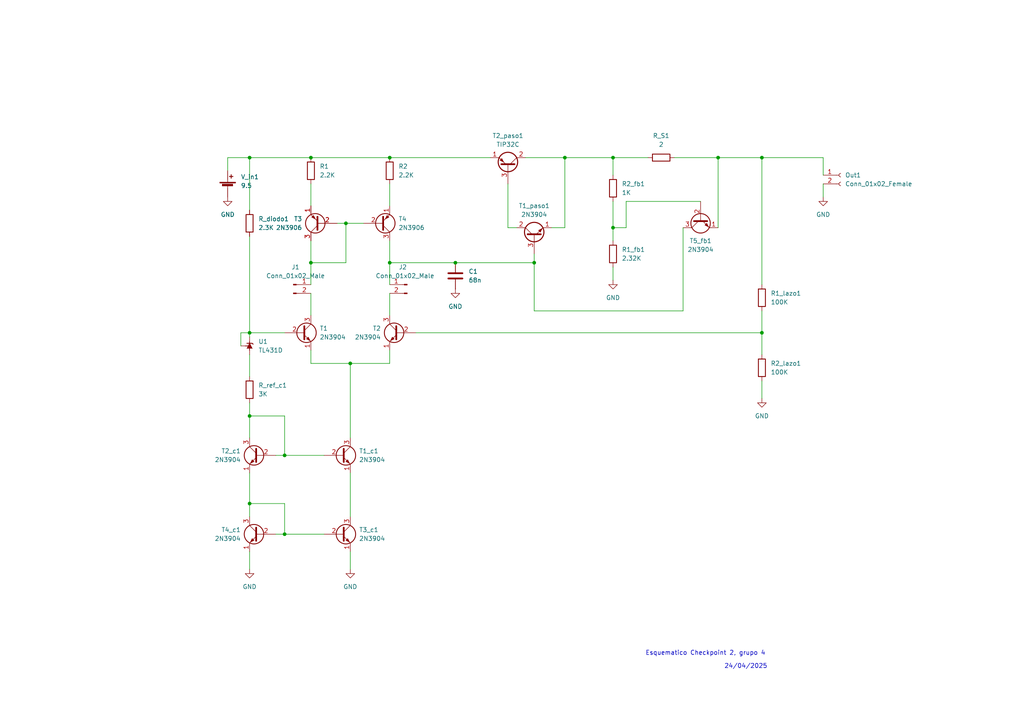
<source format=kicad_sch>
(kicad_sch
	(version 20231120)
	(generator "eeschema")
	(generator_version "8.0")
	(uuid "c0c98a60-d231-4430-b97d-72aee9277589")
	(paper "A4")
	(lib_symbols
		(symbol "Connector:Conn_01x02_Female"
			(pin_names
				(offset 1.016) hide)
			(exclude_from_sim no)
			(in_bom yes)
			(on_board yes)
			(property "Reference" "J"
				(at 0 2.54 0)
				(effects
					(font
						(size 1.27 1.27)
					)
				)
			)
			(property "Value" "Conn_01x02_Female"
				(at 0 -5.08 0)
				(effects
					(font
						(size 1.27 1.27)
					)
				)
			)
			(property "Footprint" ""
				(at 0 0 0)
				(effects
					(font
						(size 1.27 1.27)
					)
					(hide yes)
				)
			)
			(property "Datasheet" "~"
				(at 0 0 0)
				(effects
					(font
						(size 1.27 1.27)
					)
					(hide yes)
				)
			)
			(property "Description" "Generic connector, single row, 01x02, script generated (kicad-library-utils/schlib/autogen/connector/)"
				(at 0 0 0)
				(effects
					(font
						(size 1.27 1.27)
					)
					(hide yes)
				)
			)
			(property "ki_keywords" "connector"
				(at 0 0 0)
				(effects
					(font
						(size 1.27 1.27)
					)
					(hide yes)
				)
			)
			(property "ki_fp_filters" "Connector*:*_1x??_*"
				(at 0 0 0)
				(effects
					(font
						(size 1.27 1.27)
					)
					(hide yes)
				)
			)
			(symbol "Conn_01x02_Female_1_1"
				(arc
					(start 0 -2.032)
					(mid -0.5058 -2.54)
					(end 0 -3.048)
					(stroke
						(width 0.1524)
						(type default)
					)
					(fill
						(type none)
					)
				)
				(polyline
					(pts
						(xy -1.27 -2.54) (xy -0.508 -2.54)
					)
					(stroke
						(width 0.1524)
						(type default)
					)
					(fill
						(type none)
					)
				)
				(polyline
					(pts
						(xy -1.27 0) (xy -0.508 0)
					)
					(stroke
						(width 0.1524)
						(type default)
					)
					(fill
						(type none)
					)
				)
				(arc
					(start 0 0.508)
					(mid -0.5058 0)
					(end 0 -0.508)
					(stroke
						(width 0.1524)
						(type default)
					)
					(fill
						(type none)
					)
				)
				(pin passive line
					(at -5.08 0 0)
					(length 3.81)
					(name "Pin_1"
						(effects
							(font
								(size 1.27 1.27)
							)
						)
					)
					(number "1"
						(effects
							(font
								(size 1.27 1.27)
							)
						)
					)
				)
				(pin passive line
					(at -5.08 -2.54 0)
					(length 3.81)
					(name "Pin_2"
						(effects
							(font
								(size 1.27 1.27)
							)
						)
					)
					(number "2"
						(effects
							(font
								(size 1.27 1.27)
							)
						)
					)
				)
			)
		)
		(symbol "Connector:Conn_01x02_Male"
			(pin_names
				(offset 1.016) hide)
			(exclude_from_sim no)
			(in_bom yes)
			(on_board yes)
			(property "Reference" "J"
				(at 0 2.54 0)
				(effects
					(font
						(size 1.27 1.27)
					)
				)
			)
			(property "Value" "Conn_01x02_Male"
				(at 0 -5.08 0)
				(effects
					(font
						(size 1.27 1.27)
					)
				)
			)
			(property "Footprint" ""
				(at 0 0 0)
				(effects
					(font
						(size 1.27 1.27)
					)
					(hide yes)
				)
			)
			(property "Datasheet" "~"
				(at 0 0 0)
				(effects
					(font
						(size 1.27 1.27)
					)
					(hide yes)
				)
			)
			(property "Description" "Generic connector, single row, 01x02, script generated (kicad-library-utils/schlib/autogen/connector/)"
				(at 0 0 0)
				(effects
					(font
						(size 1.27 1.27)
					)
					(hide yes)
				)
			)
			(property "ki_keywords" "connector"
				(at 0 0 0)
				(effects
					(font
						(size 1.27 1.27)
					)
					(hide yes)
				)
			)
			(property "ki_fp_filters" "Connector*:*_1x??_*"
				(at 0 0 0)
				(effects
					(font
						(size 1.27 1.27)
					)
					(hide yes)
				)
			)
			(symbol "Conn_01x02_Male_1_1"
				(polyline
					(pts
						(xy 1.27 -2.54) (xy 0.8636 -2.54)
					)
					(stroke
						(width 0.1524)
						(type default)
					)
					(fill
						(type none)
					)
				)
				(polyline
					(pts
						(xy 1.27 0) (xy 0.8636 0)
					)
					(stroke
						(width 0.1524)
						(type default)
					)
					(fill
						(type none)
					)
				)
				(rectangle
					(start 0.8636 -2.413)
					(end 0 -2.667)
					(stroke
						(width 0.1524)
						(type default)
					)
					(fill
						(type outline)
					)
				)
				(rectangle
					(start 0.8636 0.127)
					(end 0 -0.127)
					(stroke
						(width 0.1524)
						(type default)
					)
					(fill
						(type outline)
					)
				)
				(pin passive line
					(at 5.08 0 180)
					(length 3.81)
					(name "Pin_1"
						(effects
							(font
								(size 1.27 1.27)
							)
						)
					)
					(number "1"
						(effects
							(font
								(size 1.27 1.27)
							)
						)
					)
				)
				(pin passive line
					(at 5.08 -2.54 180)
					(length 3.81)
					(name "Pin_2"
						(effects
							(font
								(size 1.27 1.27)
							)
						)
					)
					(number "2"
						(effects
							(font
								(size 1.27 1.27)
							)
						)
					)
				)
			)
		)
		(symbol "Device:Battery_Cell"
			(pin_numbers hide)
			(pin_names
				(offset 0) hide)
			(exclude_from_sim no)
			(in_bom yes)
			(on_board yes)
			(property "Reference" "BT"
				(at 2.54 2.54 0)
				(effects
					(font
						(size 1.27 1.27)
					)
					(justify left)
				)
			)
			(property "Value" "Battery_Cell"
				(at 2.54 0 0)
				(effects
					(font
						(size 1.27 1.27)
					)
					(justify left)
				)
			)
			(property "Footprint" ""
				(at 0 1.524 90)
				(effects
					(font
						(size 1.27 1.27)
					)
					(hide yes)
				)
			)
			(property "Datasheet" "~"
				(at 0 1.524 90)
				(effects
					(font
						(size 1.27 1.27)
					)
					(hide yes)
				)
			)
			(property "Description" "Single-cell battery"
				(at 0 0 0)
				(effects
					(font
						(size 1.27 1.27)
					)
					(hide yes)
				)
			)
			(property "ki_keywords" "battery cell"
				(at 0 0 0)
				(effects
					(font
						(size 1.27 1.27)
					)
					(hide yes)
				)
			)
			(symbol "Battery_Cell_0_1"
				(rectangle
					(start -2.286 1.778)
					(end 2.286 1.524)
					(stroke
						(width 0)
						(type default)
					)
					(fill
						(type outline)
					)
				)
				(rectangle
					(start -1.5748 1.1938)
					(end 1.4732 0.6858)
					(stroke
						(width 0)
						(type default)
					)
					(fill
						(type outline)
					)
				)
				(polyline
					(pts
						(xy 0 0.762) (xy 0 0)
					)
					(stroke
						(width 0)
						(type default)
					)
					(fill
						(type none)
					)
				)
				(polyline
					(pts
						(xy 0 1.778) (xy 0 2.54)
					)
					(stroke
						(width 0)
						(type default)
					)
					(fill
						(type none)
					)
				)
				(polyline
					(pts
						(xy 0.508 3.429) (xy 1.524 3.429)
					)
					(stroke
						(width 0.254)
						(type default)
					)
					(fill
						(type none)
					)
				)
				(polyline
					(pts
						(xy 1.016 3.937) (xy 1.016 2.921)
					)
					(stroke
						(width 0.254)
						(type default)
					)
					(fill
						(type none)
					)
				)
			)
			(symbol "Battery_Cell_1_1"
				(pin passive line
					(at 0 5.08 270)
					(length 2.54)
					(name "+"
						(effects
							(font
								(size 1.27 1.27)
							)
						)
					)
					(number "1"
						(effects
							(font
								(size 1.27 1.27)
							)
						)
					)
				)
				(pin passive line
					(at 0 -2.54 90)
					(length 2.54)
					(name "-"
						(effects
							(font
								(size 1.27 1.27)
							)
						)
					)
					(number "2"
						(effects
							(font
								(size 1.27 1.27)
							)
						)
					)
				)
			)
		)
		(symbol "Device:C"
			(pin_numbers hide)
			(pin_names
				(offset 0.254)
			)
			(exclude_from_sim no)
			(in_bom yes)
			(on_board yes)
			(property "Reference" "C"
				(at 0.635 2.54 0)
				(effects
					(font
						(size 1.27 1.27)
					)
					(justify left)
				)
			)
			(property "Value" "C"
				(at 0.635 -2.54 0)
				(effects
					(font
						(size 1.27 1.27)
					)
					(justify left)
				)
			)
			(property "Footprint" ""
				(at 0.9652 -3.81 0)
				(effects
					(font
						(size 1.27 1.27)
					)
					(hide yes)
				)
			)
			(property "Datasheet" "~"
				(at 0 0 0)
				(effects
					(font
						(size 1.27 1.27)
					)
					(hide yes)
				)
			)
			(property "Description" "Unpolarized capacitor"
				(at 0 0 0)
				(effects
					(font
						(size 1.27 1.27)
					)
					(hide yes)
				)
			)
			(property "ki_keywords" "cap capacitor"
				(at 0 0 0)
				(effects
					(font
						(size 1.27 1.27)
					)
					(hide yes)
				)
			)
			(property "ki_fp_filters" "C_*"
				(at 0 0 0)
				(effects
					(font
						(size 1.27 1.27)
					)
					(hide yes)
				)
			)
			(symbol "C_0_1"
				(polyline
					(pts
						(xy -2.032 -0.762) (xy 2.032 -0.762)
					)
					(stroke
						(width 0.508)
						(type default)
					)
					(fill
						(type none)
					)
				)
				(polyline
					(pts
						(xy -2.032 0.762) (xy 2.032 0.762)
					)
					(stroke
						(width 0.508)
						(type default)
					)
					(fill
						(type none)
					)
				)
			)
			(symbol "C_1_1"
				(pin passive line
					(at 0 3.81 270)
					(length 2.794)
					(name "~"
						(effects
							(font
								(size 1.27 1.27)
							)
						)
					)
					(number "1"
						(effects
							(font
								(size 1.27 1.27)
							)
						)
					)
				)
				(pin passive line
					(at 0 -3.81 90)
					(length 2.794)
					(name "~"
						(effects
							(font
								(size 1.27 1.27)
							)
						)
					)
					(number "2"
						(effects
							(font
								(size 1.27 1.27)
							)
						)
					)
				)
			)
		)
		(symbol "Device:R"
			(pin_numbers hide)
			(pin_names
				(offset 0)
			)
			(exclude_from_sim no)
			(in_bom yes)
			(on_board yes)
			(property "Reference" "R"
				(at 2.032 0 90)
				(effects
					(font
						(size 1.27 1.27)
					)
				)
			)
			(property "Value" "R"
				(at 0 0 90)
				(effects
					(font
						(size 1.27 1.27)
					)
				)
			)
			(property "Footprint" ""
				(at -1.778 0 90)
				(effects
					(font
						(size 1.27 1.27)
					)
					(hide yes)
				)
			)
			(property "Datasheet" "~"
				(at 0 0 0)
				(effects
					(font
						(size 1.27 1.27)
					)
					(hide yes)
				)
			)
			(property "Description" "Resistor"
				(at 0 0 0)
				(effects
					(font
						(size 1.27 1.27)
					)
					(hide yes)
				)
			)
			(property "ki_keywords" "R res resistor"
				(at 0 0 0)
				(effects
					(font
						(size 1.27 1.27)
					)
					(hide yes)
				)
			)
			(property "ki_fp_filters" "R_*"
				(at 0 0 0)
				(effects
					(font
						(size 1.27 1.27)
					)
					(hide yes)
				)
			)
			(symbol "R_0_1"
				(rectangle
					(start -1.016 -2.54)
					(end 1.016 2.54)
					(stroke
						(width 0.254)
						(type default)
					)
					(fill
						(type none)
					)
				)
			)
			(symbol "R_1_1"
				(pin passive line
					(at 0 3.81 270)
					(length 1.27)
					(name "~"
						(effects
							(font
								(size 1.27 1.27)
							)
						)
					)
					(number "1"
						(effects
							(font
								(size 1.27 1.27)
							)
						)
					)
				)
				(pin passive line
					(at 0 -3.81 90)
					(length 1.27)
					(name "~"
						(effects
							(font
								(size 1.27 1.27)
							)
						)
					)
					(number "2"
						(effects
							(font
								(size 1.27 1.27)
							)
						)
					)
				)
			)
		)
		(symbol "GND_1"
			(power)
			(pin_numbers hide)
			(pin_names
				(offset 0) hide)
			(exclude_from_sim no)
			(in_bom yes)
			(on_board yes)
			(property "Reference" "#PWR"
				(at 0 -6.35 0)
				(effects
					(font
						(size 1.27 1.27)
					)
					(hide yes)
				)
			)
			(property "Value" "GND"
				(at 0 -3.81 0)
				(effects
					(font
						(size 1.27 1.27)
					)
				)
			)
			(property "Footprint" ""
				(at 0 0 0)
				(effects
					(font
						(size 1.27 1.27)
					)
					(hide yes)
				)
			)
			(property "Datasheet" ""
				(at 0 0 0)
				(effects
					(font
						(size 1.27 1.27)
					)
					(hide yes)
				)
			)
			(property "Description" "Power symbol creates a global label with name \"GND\" , ground"
				(at 0 0 0)
				(effects
					(font
						(size 1.27 1.27)
					)
					(hide yes)
				)
			)
			(property "ki_keywords" "global power"
				(at 0 0 0)
				(effects
					(font
						(size 1.27 1.27)
					)
					(hide yes)
				)
			)
			(symbol "GND_1_0_1"
				(polyline
					(pts
						(xy 0 0) (xy 0 -1.27) (xy 1.27 -1.27) (xy 0 -2.54) (xy -1.27 -1.27) (xy 0 -1.27)
					)
					(stroke
						(width 0)
						(type default)
					)
					(fill
						(type none)
					)
				)
			)
			(symbol "GND_1_1_1"
				(pin power_in line
					(at 0 0 270)
					(length 0)
					(name "~"
						(effects
							(font
								(size 1.27 1.27)
							)
						)
					)
					(number "1"
						(effects
							(font
								(size 1.27 1.27)
							)
						)
					)
				)
			)
		)
		(symbol "Reference_Voltage:TL431D"
			(pin_numbers hide)
			(pin_names hide)
			(exclude_from_sim no)
			(in_bom yes)
			(on_board yes)
			(property "Reference" "U"
				(at 0 -2.54 0)
				(effects
					(font
						(size 1.27 1.27)
					)
				)
			)
			(property "Value" "TL431D"
				(at 0 -4.445 0)
				(effects
					(font
						(size 1.27 1.27)
					)
				)
			)
			(property "Footprint" "Package_SO:SOIC-8_3.9x4.9mm_P1.27mm"
				(at 0 -6.35 0)
				(effects
					(font
						(size 1.27 1.27)
						(italic yes)
					)
					(hide yes)
				)
			)
			(property "Datasheet" "http://www.ti.com/lit/ds/symlink/tl431.pdf"
				(at 0 0 0)
				(effects
					(font
						(size 1.27 1.27)
						(italic yes)
					)
					(hide yes)
				)
			)
			(property "Description" "Shunt Regulator, SO-8"
				(at 0 0 0)
				(effects
					(font
						(size 1.27 1.27)
					)
					(hide yes)
				)
			)
			(property "ki_keywords" "diode device shunt regulator"
				(at 0 0 0)
				(effects
					(font
						(size 1.27 1.27)
					)
					(hide yes)
				)
			)
			(property "ki_fp_filters" "SOIC?8*3.9x4.9mm*P1.27mm*"
				(at 0 0 0)
				(effects
					(font
						(size 1.27 1.27)
					)
					(hide yes)
				)
			)
			(symbol "TL431D_0_1"
				(polyline
					(pts
						(xy -1.27 0) (xy 0 0) (xy 1.27 0)
					)
					(stroke
						(width 0)
						(type default)
					)
					(fill
						(type none)
					)
				)
				(polyline
					(pts
						(xy -0.762 0.762) (xy 0.762 0) (xy -0.762 -0.762)
					)
					(stroke
						(width 0)
						(type default)
					)
					(fill
						(type outline)
					)
				)
				(polyline
					(pts
						(xy 0.508 -1.016) (xy 0.762 -0.762) (xy 0.762 0.762) (xy 0.762 0.762)
					)
					(stroke
						(width 0.254)
						(type default)
					)
					(fill
						(type none)
					)
				)
			)
			(symbol "TL431D_1_1"
				(polyline
					(pts
						(xy 0 1.27) (xy 0 0)
					)
					(stroke
						(width 0)
						(type default)
					)
					(fill
						(type none)
					)
				)
				(pin passive line
					(at 2.54 0 180)
					(length 2.54)
					(name "K"
						(effects
							(font
								(size 1.27 1.27)
							)
						)
					)
					(number "1"
						(effects
							(font
								(size 1.27 1.27)
							)
						)
					)
				)
				(pin passive line
					(at -2.54 0 0)
					(length 2.54)
					(name "A"
						(effects
							(font
								(size 1.27 1.27)
							)
						)
					)
					(number "2"
						(effects
							(font
								(size 1.27 1.27)
							)
						)
					)
				)
				(pin passive line
					(at -2.54 0 0)
					(length 2.54) hide
					(name "A"
						(effects
							(font
								(size 1.27 1.27)
							)
						)
					)
					(number "3"
						(effects
							(font
								(size 1.27 1.27)
							)
						)
					)
				)
				(pin passive line
					(at -2.54 0 0)
					(length 2.54) hide
					(name "A"
						(effects
							(font
								(size 1.27 1.27)
							)
						)
					)
					(number "6"
						(effects
							(font
								(size 1.27 1.27)
							)
						)
					)
				)
				(pin passive line
					(at -2.54 0 0)
					(length 2.54) hide
					(name "A"
						(effects
							(font
								(size 1.27 1.27)
							)
						)
					)
					(number "7"
						(effects
							(font
								(size 1.27 1.27)
							)
						)
					)
				)
				(pin passive line
					(at 0 2.54 270)
					(length 2.54)
					(name "REF"
						(effects
							(font
								(size 1.27 1.27)
							)
						)
					)
					(number "8"
						(effects
							(font
								(size 1.27 1.27)
							)
						)
					)
				)
			)
		)
		(symbol "Transistor_BJT:2N3904"
			(pin_names
				(offset 0) hide)
			(exclude_from_sim no)
			(in_bom yes)
			(on_board yes)
			(property "Reference" "Q"
				(at 5.08 1.905 0)
				(effects
					(font
						(size 1.27 1.27)
					)
					(justify left)
				)
			)
			(property "Value" "2N3904"
				(at 5.08 0 0)
				(effects
					(font
						(size 1.27 1.27)
					)
					(justify left)
				)
			)
			(property "Footprint" "Package_TO_SOT_THT:TO-92_Inline"
				(at 5.08 -1.905 0)
				(effects
					(font
						(size 1.27 1.27)
						(italic yes)
					)
					(justify left)
					(hide yes)
				)
			)
			(property "Datasheet" "https://www.onsemi.com/pub/Collateral/2N3903-D.PDF"
				(at 0 0 0)
				(effects
					(font
						(size 1.27 1.27)
					)
					(justify left)
					(hide yes)
				)
			)
			(property "Description" "0.2A Ic, 40V Vce, Small Signal NPN Transistor, TO-92"
				(at 0 0 0)
				(effects
					(font
						(size 1.27 1.27)
					)
					(hide yes)
				)
			)
			(property "ki_keywords" "NPN Transistor"
				(at 0 0 0)
				(effects
					(font
						(size 1.27 1.27)
					)
					(hide yes)
				)
			)
			(property "ki_fp_filters" "TO?92*"
				(at 0 0 0)
				(effects
					(font
						(size 1.27 1.27)
					)
					(hide yes)
				)
			)
			(symbol "2N3904_0_1"
				(polyline
					(pts
						(xy 0.635 0.635) (xy 2.54 2.54)
					)
					(stroke
						(width 0)
						(type default)
					)
					(fill
						(type none)
					)
				)
				(polyline
					(pts
						(xy 0.635 -0.635) (xy 2.54 -2.54) (xy 2.54 -2.54)
					)
					(stroke
						(width 0)
						(type default)
					)
					(fill
						(type none)
					)
				)
				(polyline
					(pts
						(xy 0.635 1.905) (xy 0.635 -1.905) (xy 0.635 -1.905)
					)
					(stroke
						(width 0.508)
						(type default)
					)
					(fill
						(type none)
					)
				)
				(polyline
					(pts
						(xy 1.27 -1.778) (xy 1.778 -1.27) (xy 2.286 -2.286) (xy 1.27 -1.778) (xy 1.27 -1.778)
					)
					(stroke
						(width 0)
						(type default)
					)
					(fill
						(type outline)
					)
				)
				(circle
					(center 1.27 0)
					(radius 2.8194)
					(stroke
						(width 0.254)
						(type default)
					)
					(fill
						(type none)
					)
				)
			)
			(symbol "2N3904_1_1"
				(pin passive line
					(at 2.54 -5.08 90)
					(length 2.54)
					(name "E"
						(effects
							(font
								(size 1.27 1.27)
							)
						)
					)
					(number "1"
						(effects
							(font
								(size 1.27 1.27)
							)
						)
					)
				)
				(pin passive line
					(at -5.08 0 0)
					(length 5.715)
					(name "B"
						(effects
							(font
								(size 1.27 1.27)
							)
						)
					)
					(number "2"
						(effects
							(font
								(size 1.27 1.27)
							)
						)
					)
				)
				(pin passive line
					(at 2.54 5.08 270)
					(length 2.54)
					(name "C"
						(effects
							(font
								(size 1.27 1.27)
							)
						)
					)
					(number "3"
						(effects
							(font
								(size 1.27 1.27)
							)
						)
					)
				)
			)
		)
		(symbol "Transistor_BJT:2N3906"
			(pin_names
				(offset 0) hide)
			(exclude_from_sim no)
			(in_bom yes)
			(on_board yes)
			(property "Reference" "Q"
				(at 5.08 1.905 0)
				(effects
					(font
						(size 1.27 1.27)
					)
					(justify left)
				)
			)
			(property "Value" "2N3906"
				(at 5.08 0 0)
				(effects
					(font
						(size 1.27 1.27)
					)
					(justify left)
				)
			)
			(property "Footprint" "Package_TO_SOT_THT:TO-92_Inline"
				(at 5.08 -1.905 0)
				(effects
					(font
						(size 1.27 1.27)
						(italic yes)
					)
					(justify left)
					(hide yes)
				)
			)
			(property "Datasheet" "https://www.onsemi.com/pub/Collateral/2N3906-D.PDF"
				(at 0 0 0)
				(effects
					(font
						(size 1.27 1.27)
					)
					(justify left)
					(hide yes)
				)
			)
			(property "Description" "-0.2A Ic, -40V Vce, Small Signal PNP Transistor, TO-92"
				(at 0 0 0)
				(effects
					(font
						(size 1.27 1.27)
					)
					(hide yes)
				)
			)
			(property "ki_keywords" "PNP Transistor"
				(at 0 0 0)
				(effects
					(font
						(size 1.27 1.27)
					)
					(hide yes)
				)
			)
			(property "ki_fp_filters" "TO?92*"
				(at 0 0 0)
				(effects
					(font
						(size 1.27 1.27)
					)
					(hide yes)
				)
			)
			(symbol "2N3906_0_1"
				(polyline
					(pts
						(xy 0.635 0.635) (xy 2.54 2.54)
					)
					(stroke
						(width 0)
						(type default)
					)
					(fill
						(type none)
					)
				)
				(polyline
					(pts
						(xy 0.635 -0.635) (xy 2.54 -2.54) (xy 2.54 -2.54)
					)
					(stroke
						(width 0)
						(type default)
					)
					(fill
						(type none)
					)
				)
				(polyline
					(pts
						(xy 0.635 1.905) (xy 0.635 -1.905) (xy 0.635 -1.905)
					)
					(stroke
						(width 0.508)
						(type default)
					)
					(fill
						(type none)
					)
				)
				(polyline
					(pts
						(xy 2.286 -1.778) (xy 1.778 -2.286) (xy 1.27 -1.27) (xy 2.286 -1.778) (xy 2.286 -1.778)
					)
					(stroke
						(width 0)
						(type default)
					)
					(fill
						(type outline)
					)
				)
				(circle
					(center 1.27 0)
					(radius 2.8194)
					(stroke
						(width 0.254)
						(type default)
					)
					(fill
						(type none)
					)
				)
			)
			(symbol "2N3906_1_1"
				(pin passive line
					(at 2.54 -5.08 90)
					(length 2.54)
					(name "E"
						(effects
							(font
								(size 1.27 1.27)
							)
						)
					)
					(number "1"
						(effects
							(font
								(size 1.27 1.27)
							)
						)
					)
				)
				(pin input line
					(at -5.08 0 0)
					(length 5.715)
					(name "B"
						(effects
							(font
								(size 1.27 1.27)
							)
						)
					)
					(number "2"
						(effects
							(font
								(size 1.27 1.27)
							)
						)
					)
				)
				(pin passive line
					(at 2.54 5.08 270)
					(length 2.54)
					(name "C"
						(effects
							(font
								(size 1.27 1.27)
							)
						)
					)
					(number "3"
						(effects
							(font
								(size 1.27 1.27)
							)
						)
					)
				)
			)
		)
		(symbol "Transistor_BJT:BD135"
			(pin_names
				(offset 0) hide)
			(exclude_from_sim no)
			(in_bom yes)
			(on_board yes)
			(property "Reference" "Q"
				(at 5.08 1.905 0)
				(effects
					(font
						(size 1.27 1.27)
					)
					(justify left)
				)
			)
			(property "Value" "BD135"
				(at 5.08 0 0)
				(effects
					(font
						(size 1.27 1.27)
					)
					(justify left)
				)
			)
			(property "Footprint" "Package_TO_SOT_THT:TO-126-3_Vertical"
				(at 5.08 -1.905 0)
				(effects
					(font
						(size 1.27 1.27)
						(italic yes)
					)
					(justify left)
					(hide yes)
				)
			)
			(property "Datasheet" "http://www.st.com/internet/com/TECHNICAL_RESOURCES/TECHNICAL_LITERATURE/DATASHEET/CD00001225.pdf"
				(at 0 0 0)
				(effects
					(font
						(size 1.27 1.27)
					)
					(justify left)
					(hide yes)
				)
			)
			(property "Description" "1.5A Ic, 45V Vce, Low Voltage Transistor, TO-126"
				(at 0 0 0)
				(effects
					(font
						(size 1.27 1.27)
					)
					(hide yes)
				)
			)
			(property "ki_keywords" "Low Voltage Transistor"
				(at 0 0 0)
				(effects
					(font
						(size 1.27 1.27)
					)
					(hide yes)
				)
			)
			(property "ki_fp_filters" "TO?126*"
				(at 0 0 0)
				(effects
					(font
						(size 1.27 1.27)
					)
					(hide yes)
				)
			)
			(symbol "BD135_0_1"
				(polyline
					(pts
						(xy 0 0) (xy 0.635 0)
					)
					(stroke
						(width 0)
						(type default)
					)
					(fill
						(type none)
					)
				)
				(polyline
					(pts
						(xy 2.54 -2.54) (xy 0.635 -0.635)
					)
					(stroke
						(width 0)
						(type default)
					)
					(fill
						(type none)
					)
				)
				(polyline
					(pts
						(xy 2.54 2.54) (xy 0.635 0.635)
					)
					(stroke
						(width 0)
						(type default)
					)
					(fill
						(type none)
					)
				)
				(polyline
					(pts
						(xy 0.635 1.905) (xy 0.635 -1.905) (xy 0.635 -1.905)
					)
					(stroke
						(width 0.508)
						(type default)
					)
					(fill
						(type outline)
					)
				)
				(polyline
					(pts
						(xy 1.2446 -1.778) (xy 1.7526 -1.27) (xy 2.286 -2.286) (xy 1.2446 -1.778) (xy 1.2446 -1.778)
					)
					(stroke
						(width 0)
						(type default)
					)
					(fill
						(type outline)
					)
				)
				(circle
					(center 1.27 0)
					(radius 2.8194)
					(stroke
						(width 0.3048)
						(type default)
					)
					(fill
						(type none)
					)
				)
			)
			(symbol "BD135_1_1"
				(pin passive line
					(at 2.54 -5.08 90)
					(length 2.54)
					(name "E"
						(effects
							(font
								(size 1.27 1.27)
							)
						)
					)
					(number "1"
						(effects
							(font
								(size 1.27 1.27)
							)
						)
					)
				)
				(pin passive line
					(at 2.54 5.08 270)
					(length 2.54)
					(name "C"
						(effects
							(font
								(size 1.27 1.27)
							)
						)
					)
					(number "2"
						(effects
							(font
								(size 1.27 1.27)
							)
						)
					)
				)
				(pin input line
					(at -5.08 0 0)
					(length 5.08)
					(name "B"
						(effects
							(font
								(size 1.27 1.27)
							)
						)
					)
					(number "3"
						(effects
							(font
								(size 1.27 1.27)
							)
						)
					)
				)
			)
		)
		(symbol "Transistor_BJT:BD136"
			(pin_names
				(offset 0) hide)
			(exclude_from_sim no)
			(in_bom yes)
			(on_board yes)
			(property "Reference" "Q"
				(at 5.08 1.905 0)
				(effects
					(font
						(size 1.27 1.27)
					)
					(justify left)
				)
			)
			(property "Value" "BD136"
				(at 5.08 0 0)
				(effects
					(font
						(size 1.27 1.27)
					)
					(justify left)
				)
			)
			(property "Footprint" "Package_TO_SOT_THT:TO-126-3_Vertical"
				(at 5.08 -1.905 0)
				(effects
					(font
						(size 1.27 1.27)
						(italic yes)
					)
					(justify left)
					(hide yes)
				)
			)
			(property "Datasheet" "http://www.st.com/internet/com/TECHNICAL_RESOURCES/TECHNICAL_LITERATURE/DATASHEET/CD00001225.pdf"
				(at 0 0 0)
				(effects
					(font
						(size 1.27 1.27)
					)
					(justify left)
					(hide yes)
				)
			)
			(property "Description" "1.5A Ic, 45V Vce, Low Voltage Transistor, TO-126"
				(at 0 0 0)
				(effects
					(font
						(size 1.27 1.27)
					)
					(hide yes)
				)
			)
			(property "ki_keywords" "Low Voltage Transistor"
				(at 0 0 0)
				(effects
					(font
						(size 1.27 1.27)
					)
					(hide yes)
				)
			)
			(property "ki_fp_filters" "TO?126*"
				(at 0 0 0)
				(effects
					(font
						(size 1.27 1.27)
					)
					(hide yes)
				)
			)
			(symbol "BD136_0_1"
				(polyline
					(pts
						(xy 0 0) (xy 0.635 0)
					)
					(stroke
						(width 0)
						(type default)
					)
					(fill
						(type none)
					)
				)
				(polyline
					(pts
						(xy 2.54 -2.54) (xy 0.635 -0.635)
					)
					(stroke
						(width 0)
						(type default)
					)
					(fill
						(type none)
					)
				)
				(polyline
					(pts
						(xy 2.54 2.54) (xy 0.635 0.635)
					)
					(stroke
						(width 0)
						(type default)
					)
					(fill
						(type none)
					)
				)
				(polyline
					(pts
						(xy 0.635 1.905) (xy 0.635 -1.905) (xy 0.635 -1.905)
					)
					(stroke
						(width 0.508)
						(type default)
					)
					(fill
						(type outline)
					)
				)
				(polyline
					(pts
						(xy 1.778 -2.286) (xy 2.286 -1.778) (xy 1.27 -1.27) (xy 1.778 -2.286) (xy 1.778 -2.286)
					)
					(stroke
						(width 0)
						(type default)
					)
					(fill
						(type outline)
					)
				)
				(circle
					(center 1.27 0)
					(radius 2.8194)
					(stroke
						(width 0.3048)
						(type default)
					)
					(fill
						(type none)
					)
				)
			)
			(symbol "BD136_1_1"
				(pin passive line
					(at 2.54 -5.08 90)
					(length 2.54)
					(name "E"
						(effects
							(font
								(size 1.27 1.27)
							)
						)
					)
					(number "1"
						(effects
							(font
								(size 1.27 1.27)
							)
						)
					)
				)
				(pin passive line
					(at 2.54 5.08 270)
					(length 2.54)
					(name "C"
						(effects
							(font
								(size 1.27 1.27)
							)
						)
					)
					(number "2"
						(effects
							(font
								(size 1.27 1.27)
							)
						)
					)
				)
				(pin input line
					(at -5.08 0 0)
					(length 5.08)
					(name "B"
						(effects
							(font
								(size 1.27 1.27)
							)
						)
					)
					(number "3"
						(effects
							(font
								(size 1.27 1.27)
							)
						)
					)
				)
			)
		)
		(symbol "power:GND"
			(power)
			(pin_names
				(offset 0)
			)
			(exclude_from_sim no)
			(in_bom yes)
			(on_board yes)
			(property "Reference" "#PWR"
				(at 0 -6.35 0)
				(effects
					(font
						(size 1.27 1.27)
					)
					(hide yes)
				)
			)
			(property "Value" "GND"
				(at 0 -3.81 0)
				(effects
					(font
						(size 1.27 1.27)
					)
				)
			)
			(property "Footprint" ""
				(at 0 0 0)
				(effects
					(font
						(size 1.27 1.27)
					)
					(hide yes)
				)
			)
			(property "Datasheet" ""
				(at 0 0 0)
				(effects
					(font
						(size 1.27 1.27)
					)
					(hide yes)
				)
			)
			(property "Description" "Power symbol creates a global label with name \"GND\" , ground"
				(at 0 0 0)
				(effects
					(font
						(size 1.27 1.27)
					)
					(hide yes)
				)
			)
			(property "ki_keywords" "power-flag"
				(at 0 0 0)
				(effects
					(font
						(size 1.27 1.27)
					)
					(hide yes)
				)
			)
			(symbol "GND_0_1"
				(polyline
					(pts
						(xy 0 0) (xy 0 -1.27) (xy 1.27 -1.27) (xy 0 -2.54) (xy -1.27 -1.27) (xy 0 -1.27)
					)
					(stroke
						(width 0)
						(type default)
					)
					(fill
						(type none)
					)
				)
			)
			(symbol "GND_1_1"
				(pin power_in line
					(at 0 0 270)
					(length 0) hide
					(name "GND"
						(effects
							(font
								(size 1.27 1.27)
							)
						)
					)
					(number "1"
						(effects
							(font
								(size 1.27 1.27)
							)
						)
					)
				)
			)
		)
	)
	(junction
		(at 72.39 120.65)
		(diameter 0)
		(color 0 0 0 0)
		(uuid "182fb48a-7dd4-494d-97e2-ef3251b97c4c")
	)
	(junction
		(at 113.03 45.72)
		(diameter 0)
		(color 0 0 0 0)
		(uuid "1eb742ce-29ab-4476-8c2d-73535b88dc73")
	)
	(junction
		(at 163.83 45.72)
		(diameter 0)
		(color 0 0 0 0)
		(uuid "235dae2a-f406-4ca8-a7bc-847adb43e019")
	)
	(junction
		(at 177.8 66.04)
		(diameter 0)
		(color 0 0 0 0)
		(uuid "2b6e90ac-ee49-4f62-afa2-79c774874c88")
	)
	(junction
		(at 82.55 154.94)
		(diameter 0)
		(color 0 0 0 0)
		(uuid "35d121f3-991c-469e-a98c-a4f140d696cd")
	)
	(junction
		(at 113.03 76.2)
		(diameter 0)
		(color 0 0 0 0)
		(uuid "3acb17a0-a18a-4b7f-b563-30207388bb18")
	)
	(junction
		(at 72.39 146.05)
		(diameter 0)
		(color 0 0 0 0)
		(uuid "5423d7f2-c4f9-4ca5-86e2-43051fa0fbd4")
	)
	(junction
		(at 72.39 45.72)
		(diameter 0)
		(color 0 0 0 0)
		(uuid "65e58ba4-4384-42ca-8052-fe99b814e495")
	)
	(junction
		(at 90.17 76.2)
		(diameter 0)
		(color 0 0 0 0)
		(uuid "6c0265af-8c2a-4ad7-853f-1b15a3202b88")
	)
	(junction
		(at 101.6 105.41)
		(diameter 0)
		(color 0 0 0 0)
		(uuid "74dbbd3f-49bc-4bd2-b8e1-623ee92fd385")
	)
	(junction
		(at 82.55 132.08)
		(diameter 0)
		(color 0 0 0 0)
		(uuid "84e7eea2-4970-4b24-8486-9d15ff1ed7bd")
	)
	(junction
		(at 177.8 45.72)
		(diameter 0)
		(color 0 0 0 0)
		(uuid "92e5d519-f1ed-4281-b145-a783adf557a5")
	)
	(junction
		(at 90.17 45.72)
		(diameter 0)
		(color 0 0 0 0)
		(uuid "aec9588c-6189-4dff-8fcd-44216709e6c6")
	)
	(junction
		(at 72.39 96.52)
		(diameter 0)
		(color 0 0 0 0)
		(uuid "b2198847-06cf-4ab0-9c2a-f06469e22539")
	)
	(junction
		(at 208.28 45.72)
		(diameter 0)
		(color 0 0 0 0)
		(uuid "c0a43966-6b22-458b-8f4b-81a875cc7f8d")
	)
	(junction
		(at 220.98 45.72)
		(diameter 0)
		(color 0 0 0 0)
		(uuid "cd957d73-4cb8-46ee-af97-edca84d2c3cb")
	)
	(junction
		(at 220.98 96.52)
		(diameter 0)
		(color 0 0 0 0)
		(uuid "d21f66be-f729-4f10-a6ca-4d54257033ed")
	)
	(junction
		(at 132.08 76.2)
		(diameter 0)
		(color 0 0 0 0)
		(uuid "dd453df8-8a17-425e-8c82-82cefd4b3a8a")
	)
	(junction
		(at 154.94 76.2)
		(diameter 0)
		(color 0 0 0 0)
		(uuid "ede3782b-6e94-417d-8832-59d5c2da21a5")
	)
	(junction
		(at 100.33 64.77)
		(diameter 0)
		(color 0 0 0 0)
		(uuid "f3cd5f98-4b93-4390-90df-6d5f529e3d14")
	)
	(wire
		(pts
			(xy 195.58 45.72) (xy 208.28 45.72)
		)
		(stroke
			(width 0)
			(type default)
		)
		(uuid "0157a4af-0ace-49b7-8793-2b0171f3ead5")
	)
	(wire
		(pts
			(xy 152.4 45.72) (xy 163.83 45.72)
		)
		(stroke
			(width 0)
			(type default)
		)
		(uuid "03262bd2-ca9f-42e4-b8da-7725a0f23fc3")
	)
	(wire
		(pts
			(xy 82.55 146.05) (xy 82.55 154.94)
		)
		(stroke
			(width 0)
			(type default)
		)
		(uuid "04fab988-7e49-4f9f-865c-e09692357da1")
	)
	(wire
		(pts
			(xy 72.39 120.65) (xy 82.55 120.65)
		)
		(stroke
			(width 0)
			(type default)
		)
		(uuid "11b71e97-7707-4d93-8a1a-fa4fccf7e872")
	)
	(wire
		(pts
			(xy 147.32 66.04) (xy 149.86 66.04)
		)
		(stroke
			(width 0)
			(type default)
		)
		(uuid "132dc557-3571-47b3-9a40-4a43b6d778af")
	)
	(wire
		(pts
			(xy 72.39 96.52) (xy 72.39 97.79)
		)
		(stroke
			(width 0)
			(type default)
		)
		(uuid "1ab233fa-3bbb-4712-bcdc-f066fb1be631")
	)
	(wire
		(pts
			(xy 72.39 45.72) (xy 90.17 45.72)
		)
		(stroke
			(width 0)
			(type default)
		)
		(uuid "1baff72e-335d-4329-bdc2-9fc3b251de1c")
	)
	(wire
		(pts
			(xy 120.65 96.52) (xy 220.98 96.52)
		)
		(stroke
			(width 0)
			(type default)
		)
		(uuid "1e0183ce-5ce4-4727-a123-ee1d81a10ca3")
	)
	(wire
		(pts
			(xy 163.83 66.04) (xy 160.02 66.04)
		)
		(stroke
			(width 0)
			(type default)
		)
		(uuid "247b494c-a860-45e9-9df0-a1d543685e17")
	)
	(wire
		(pts
			(xy 82.55 120.65) (xy 82.55 132.08)
		)
		(stroke
			(width 0)
			(type default)
		)
		(uuid "2942d5c1-f058-4ded-9891-0872246dba37")
	)
	(wire
		(pts
			(xy 163.83 45.72) (xy 163.83 66.04)
		)
		(stroke
			(width 0)
			(type default)
		)
		(uuid "29b321a1-8f1e-409d-8c58-6f10d667c199")
	)
	(wire
		(pts
			(xy 90.17 76.2) (xy 100.33 76.2)
		)
		(stroke
			(width 0)
			(type default)
		)
		(uuid "2ae86146-7604-4f71-83ca-86ff4d0b51f0")
	)
	(wire
		(pts
			(xy 72.39 137.16) (xy 72.39 146.05)
		)
		(stroke
			(width 0)
			(type default)
		)
		(uuid "2e92f3d6-f118-4596-8312-11e84896300f")
	)
	(wire
		(pts
			(xy 72.39 68.58) (xy 72.39 96.52)
		)
		(stroke
			(width 0)
			(type default)
		)
		(uuid "30a56a5a-e1a3-4764-a933-dda6347f8780")
	)
	(wire
		(pts
			(xy 72.39 146.05) (xy 82.55 146.05)
		)
		(stroke
			(width 0)
			(type default)
		)
		(uuid "362a6bc9-3a3a-41ab-943c-bc0f071e18e9")
	)
	(wire
		(pts
			(xy 90.17 69.85) (xy 90.17 76.2)
		)
		(stroke
			(width 0)
			(type default)
		)
		(uuid "3751e4ef-8366-4753-ab3c-68e08f8e135a")
	)
	(wire
		(pts
			(xy 177.8 58.42) (xy 177.8 66.04)
		)
		(stroke
			(width 0)
			(type default)
		)
		(uuid "387489df-ecf1-4ca7-94f7-68dcd440b83d")
	)
	(wire
		(pts
			(xy 113.03 101.6) (xy 113.03 105.41)
		)
		(stroke
			(width 0)
			(type default)
		)
		(uuid "388add46-81e0-4101-8253-d301b301b281")
	)
	(wire
		(pts
			(xy 90.17 53.34) (xy 90.17 59.69)
		)
		(stroke
			(width 0)
			(type default)
		)
		(uuid "3d89d070-3baa-472b-bd15-3841c3d6f25b")
	)
	(wire
		(pts
			(xy 113.03 45.72) (xy 142.24 45.72)
		)
		(stroke
			(width 0)
			(type default)
		)
		(uuid "53c8d44a-0376-4af5-aef5-e09e0bd301b9")
	)
	(wire
		(pts
			(xy 66.04 45.72) (xy 72.39 45.72)
		)
		(stroke
			(width 0)
			(type default)
		)
		(uuid "54d79bb2-b97c-4149-bb23-6a68afeb1fc3")
	)
	(wire
		(pts
			(xy 220.98 96.52) (xy 220.98 102.87)
		)
		(stroke
			(width 0)
			(type default)
		)
		(uuid "5784ef35-e167-4efe-86f8-7166e93389cc")
	)
	(wire
		(pts
			(xy 113.03 85.09) (xy 113.03 91.44)
		)
		(stroke
			(width 0)
			(type default)
		)
		(uuid "57c50930-9e98-4cbb-aea5-e95963cac1dc")
	)
	(wire
		(pts
			(xy 220.98 45.72) (xy 220.98 82.55)
		)
		(stroke
			(width 0)
			(type default)
		)
		(uuid "5c12b91e-cace-4e2b-ba14-4f8f7330ed88")
	)
	(wire
		(pts
			(xy 181.61 66.04) (xy 177.8 66.04)
		)
		(stroke
			(width 0)
			(type default)
		)
		(uuid "5ce8a210-3e55-4ff3-8172-318373295ade")
	)
	(wire
		(pts
			(xy 80.01 132.08) (xy 82.55 132.08)
		)
		(stroke
			(width 0)
			(type default)
		)
		(uuid "5e22afff-c877-4a7b-bbb1-ebf8aa457121")
	)
	(wire
		(pts
			(xy 163.83 45.72) (xy 177.8 45.72)
		)
		(stroke
			(width 0)
			(type default)
		)
		(uuid "5e570694-0aa4-48ed-b1eb-708cb2559000")
	)
	(wire
		(pts
			(xy 220.98 110.49) (xy 220.98 115.57)
		)
		(stroke
			(width 0)
			(type default)
		)
		(uuid "681a90ca-3f7b-4e6b-943a-ea542fd37e29")
	)
	(wire
		(pts
			(xy 238.76 53.34) (xy 238.76 57.15)
		)
		(stroke
			(width 0)
			(type default)
		)
		(uuid "76c3f610-0727-4c1c-9fbc-bf2b8270fc36")
	)
	(wire
		(pts
			(xy 113.03 69.85) (xy 113.03 76.2)
		)
		(stroke
			(width 0)
			(type default)
		)
		(uuid "79c52016-aefd-441d-881f-44a38af43351")
	)
	(wire
		(pts
			(xy 82.55 132.08) (xy 93.98 132.08)
		)
		(stroke
			(width 0)
			(type default)
		)
		(uuid "7a8bbfaf-8eeb-4adc-a65c-e92c7e85e009")
	)
	(wire
		(pts
			(xy 198.12 90.17) (xy 154.94 90.17)
		)
		(stroke
			(width 0)
			(type default)
		)
		(uuid "7dd35d47-7bcc-4bef-875b-2d7c81fa5509")
	)
	(wire
		(pts
			(xy 220.98 90.17) (xy 220.98 96.52)
		)
		(stroke
			(width 0)
			(type default)
		)
		(uuid "810ace40-bfaa-4a4f-8325-deb706665f1a")
	)
	(wire
		(pts
			(xy 90.17 101.6) (xy 90.17 105.41)
		)
		(stroke
			(width 0)
			(type default)
		)
		(uuid "810b6a94-a188-4bdb-9b7e-8189b64c4d06")
	)
	(wire
		(pts
			(xy 80.01 154.94) (xy 82.55 154.94)
		)
		(stroke
			(width 0)
			(type default)
		)
		(uuid "817512af-fa97-4d6d-bf08-d6c24e85c646")
	)
	(wire
		(pts
			(xy 69.85 96.52) (xy 72.39 96.52)
		)
		(stroke
			(width 0)
			(type default)
		)
		(uuid "8471a618-33fe-436d-a6c8-4f1937c3e524")
	)
	(wire
		(pts
			(xy 198.12 66.04) (xy 198.12 90.17)
		)
		(stroke
			(width 0)
			(type default)
		)
		(uuid "88a83c82-2964-4b15-8852-d49e401fdb88")
	)
	(wire
		(pts
			(xy 97.79 64.77) (xy 100.33 64.77)
		)
		(stroke
			(width 0)
			(type default)
		)
		(uuid "8d86f0f9-57f1-4546-b7fa-3454118bc10e")
	)
	(wire
		(pts
			(xy 69.85 100.33) (xy 69.85 96.52)
		)
		(stroke
			(width 0)
			(type default)
		)
		(uuid "8efd34bb-bb4e-486c-a077-12addd46920d")
	)
	(wire
		(pts
			(xy 72.39 160.02) (xy 72.39 165.1)
		)
		(stroke
			(width 0)
			(type default)
		)
		(uuid "9328b81f-4e7b-438b-9699-14b378cc44e9")
	)
	(wire
		(pts
			(xy 132.08 76.2) (xy 113.03 76.2)
		)
		(stroke
			(width 0)
			(type default)
		)
		(uuid "93aec753-abc5-44e0-93d1-11a391c675a9")
	)
	(wire
		(pts
			(xy 147.32 53.34) (xy 147.32 66.04)
		)
		(stroke
			(width 0)
			(type default)
		)
		(uuid "96d6ba50-2967-4de2-9442-f12429630654")
	)
	(wire
		(pts
			(xy 154.94 90.17) (xy 154.94 76.2)
		)
		(stroke
			(width 0)
			(type default)
		)
		(uuid "97e8f5ed-123a-4c63-bc68-760dcc9ffa58")
	)
	(wire
		(pts
			(xy 154.94 76.2) (xy 132.08 76.2)
		)
		(stroke
			(width 0)
			(type default)
		)
		(uuid "98811cf6-f36c-41ed-982f-198e256d28dc")
	)
	(wire
		(pts
			(xy 72.39 102.87) (xy 72.39 109.22)
		)
		(stroke
			(width 0)
			(type default)
		)
		(uuid "9e729a8b-52fa-4261-aff0-8fdd516a5692")
	)
	(wire
		(pts
			(xy 72.39 127) (xy 72.39 120.65)
		)
		(stroke
			(width 0)
			(type default)
		)
		(uuid "9e8cc2fe-180b-4f4d-9622-feca2b51c7e1")
	)
	(wire
		(pts
			(xy 177.8 66.04) (xy 177.8 69.85)
		)
		(stroke
			(width 0)
			(type default)
		)
		(uuid "a2e72d9c-6ac3-4e34-853a-fd45906064f4")
	)
	(wire
		(pts
			(xy 177.8 45.72) (xy 177.8 50.8)
		)
		(stroke
			(width 0)
			(type default)
		)
		(uuid "a5aabfb5-c287-425e-b163-a18b1e009080")
	)
	(wire
		(pts
			(xy 90.17 76.2) (xy 90.17 82.55)
		)
		(stroke
			(width 0)
			(type default)
		)
		(uuid "abae3c13-84b3-4da3-9b77-b4c2611d6390")
	)
	(wire
		(pts
			(xy 72.39 116.84) (xy 72.39 120.65)
		)
		(stroke
			(width 0)
			(type default)
		)
		(uuid "acfcf1e0-f92e-4015-92f4-a2a04fc25dbd")
	)
	(wire
		(pts
			(xy 203.2 58.42) (xy 181.61 58.42)
		)
		(stroke
			(width 0)
			(type default)
		)
		(uuid "ad85f2a1-a53b-4d39-b035-a993811cd167")
	)
	(wire
		(pts
			(xy 238.76 45.72) (xy 238.76 50.8)
		)
		(stroke
			(width 0)
			(type default)
		)
		(uuid "b22a440c-2326-41f7-b878-d948a15940ab")
	)
	(wire
		(pts
			(xy 90.17 105.41) (xy 101.6 105.41)
		)
		(stroke
			(width 0)
			(type default)
		)
		(uuid "b5789ff1-a76f-4f2a-8e91-c3dceb8176a4")
	)
	(wire
		(pts
			(xy 181.61 58.42) (xy 181.61 66.04)
		)
		(stroke
			(width 0)
			(type default)
		)
		(uuid "b7b14500-09df-4f56-b12c-f690a9d3e88e")
	)
	(wire
		(pts
			(xy 72.39 146.05) (xy 72.39 149.86)
		)
		(stroke
			(width 0)
			(type default)
		)
		(uuid "b8733bbb-943c-4386-8bfb-856a0c7a1b43")
	)
	(wire
		(pts
			(xy 113.03 53.34) (xy 113.03 59.69)
		)
		(stroke
			(width 0)
			(type default)
		)
		(uuid "bca7f3ad-29b4-45c3-bae8-a99be564d616")
	)
	(wire
		(pts
			(xy 72.39 60.96) (xy 72.39 45.72)
		)
		(stroke
			(width 0)
			(type default)
		)
		(uuid "bcfe62c2-d20f-47e3-a575-03fcbd7b8ad0")
	)
	(wire
		(pts
			(xy 100.33 64.77) (xy 100.33 76.2)
		)
		(stroke
			(width 0)
			(type default)
		)
		(uuid "c26e901a-4a83-4fad-83b8-4f6a682189db")
	)
	(wire
		(pts
			(xy 100.33 64.77) (xy 105.41 64.77)
		)
		(stroke
			(width 0)
			(type default)
		)
		(uuid "c9290d64-5d18-48d8-9e69-e3799f71b2dc")
	)
	(wire
		(pts
			(xy 220.98 45.72) (xy 238.76 45.72)
		)
		(stroke
			(width 0)
			(type default)
		)
		(uuid "cbeba33b-3b68-43e1-b44c-65274c67e580")
	)
	(wire
		(pts
			(xy 101.6 105.41) (xy 101.6 127)
		)
		(stroke
			(width 0)
			(type default)
		)
		(uuid "d10751c7-cca6-4191-a530-d003836cc577")
	)
	(wire
		(pts
			(xy 154.94 73.66) (xy 154.94 76.2)
		)
		(stroke
			(width 0)
			(type default)
		)
		(uuid "d4446461-284e-4d8c-8832-cc0c9d3dddfb")
	)
	(wire
		(pts
			(xy 113.03 76.2) (xy 113.03 82.55)
		)
		(stroke
			(width 0)
			(type default)
		)
		(uuid "d4599bb5-961d-441f-85ef-34c87daa3777")
	)
	(wire
		(pts
			(xy 90.17 85.09) (xy 90.17 91.44)
		)
		(stroke
			(width 0)
			(type default)
		)
		(uuid "d9790c1c-29cf-41da-8655-391e8307c0e5")
	)
	(wire
		(pts
			(xy 101.6 160.02) (xy 101.6 165.1)
		)
		(stroke
			(width 0)
			(type default)
		)
		(uuid "db2bb3d0-14c2-441b-8339-3c70bd116519")
	)
	(wire
		(pts
			(xy 66.04 49.53) (xy 66.04 45.72)
		)
		(stroke
			(width 0)
			(type default)
		)
		(uuid "e479d83a-c5e1-43bf-9a1d-e8877606b1b3")
	)
	(wire
		(pts
			(xy 177.8 45.72) (xy 187.96 45.72)
		)
		(stroke
			(width 0)
			(type default)
		)
		(uuid "e70b34dd-b0bd-4fed-9466-e5316349940b")
	)
	(wire
		(pts
			(xy 208.28 66.04) (xy 208.28 45.72)
		)
		(stroke
			(width 0)
			(type default)
		)
		(uuid "ed1c2d19-75db-451f-953c-47110b9589a3")
	)
	(wire
		(pts
			(xy 177.8 77.47) (xy 177.8 81.28)
		)
		(stroke
			(width 0)
			(type default)
		)
		(uuid "f41902f5-5790-4b7f-9761-9f35a810e2e4")
	)
	(wire
		(pts
			(xy 208.28 45.72) (xy 220.98 45.72)
		)
		(stroke
			(width 0)
			(type default)
		)
		(uuid "f85e8e65-d486-4d1c-8bd1-4743d9f3ac83")
	)
	(wire
		(pts
			(xy 101.6 105.41) (xy 113.03 105.41)
		)
		(stroke
			(width 0)
			(type default)
		)
		(uuid "f98c7566-dcaa-45f8-92d1-d1208299879e")
	)
	(wire
		(pts
			(xy 101.6 137.16) (xy 101.6 149.86)
		)
		(stroke
			(width 0)
			(type default)
		)
		(uuid "facad030-6c6d-4720-9f44-66ba8c89c7a9")
	)
	(wire
		(pts
			(xy 82.55 154.94) (xy 93.98 154.94)
		)
		(stroke
			(width 0)
			(type default)
		)
		(uuid "fbdaa559-56cd-4745-b455-d5ece877150c")
	)
	(wire
		(pts
			(xy 72.39 96.52) (xy 82.55 96.52)
		)
		(stroke
			(width 0)
			(type default)
		)
		(uuid "fbf40452-5ace-481e-a9fa-cc3c2eb50cd4")
	)
	(wire
		(pts
			(xy 90.17 45.72) (xy 113.03 45.72)
		)
		(stroke
			(width 0)
			(type default)
		)
		(uuid "fea22349-ba9d-4571-91ca-00b53e354897")
	)
	(text "24/04/2025"
		(exclude_from_sim no)
		(at 210.058 194.056 0)
		(effects
			(font
				(size 1.27 1.27)
			)
			(justify left bottom)
		)
		(uuid "00706386-deb0-4b2d-a411-ef789d1b4c2d")
	)
	(text "Esquematico Checkpoint 2, grupo 4\n"
		(exclude_from_sim no)
		(at 187.198 190.246 0)
		(effects
			(font
				(size 1.27 1.27)
			)
			(justify left bottom)
		)
		(uuid "68d1fec7-d499-4780-8b7f-7bb1e9a0460b")
	)
	(symbol
		(lib_id "Transistor_BJT:2N3906")
		(at 110.49 64.77 0)
		(mirror x)
		(unit 1)
		(exclude_from_sim no)
		(in_bom yes)
		(on_board yes)
		(dnp no)
		(fields_autoplaced yes)
		(uuid "003a5356-864d-4f78-bd8d-c495299aadeb")
		(property "Reference" "T4"
			(at 115.57 63.4999 0)
			(effects
				(font
					(size 1.27 1.27)
				)
				(justify left)
			)
		)
		(property "Value" "2N3906"
			(at 115.57 66.0399 0)
			(effects
				(font
					(size 1.27 1.27)
				)
				(justify left)
			)
		)
		(property "Footprint" "Package_TO_SOT_THT:TO-92_Inline"
			(at 115.57 62.865 0)
			(effects
				(font
					(size 1.27 1.27)
					(italic yes)
				)
				(justify left)
				(hide yes)
			)
		)
		(property "Datasheet" "https://www.onsemi.com/pub/Collateral/2N3906-D.PDF"
			(at 110.49 64.77 0)
			(effects
				(font
					(size 1.27 1.27)
				)
				(justify left)
				(hide yes)
			)
		)
		(property "Description" ""
			(at 110.49 64.77 0)
			(effects
				(font
					(size 1.27 1.27)
				)
				(hide yes)
			)
		)
		(pin "1"
			(uuid "84cc0987-aa36-4ff2-9108-10fe4a83172d")
		)
		(pin "2"
			(uuid "bdfd5dc4-426d-4083-849d-40b5b99ad82e")
		)
		(pin "3"
			(uuid "b8b4638f-aea0-4c50-88f1-34205cc95a62")
		)
		(instances
			(project ""
				(path "/c0c98a60-d231-4430-b97d-72aee9277589"
					(reference "T4")
					(unit 1)
				)
			)
		)
	)
	(symbol
		(lib_id "Transistor_BJT:2N3904")
		(at 87.63 96.52 0)
		(unit 1)
		(exclude_from_sim no)
		(in_bom yes)
		(on_board yes)
		(dnp no)
		(fields_autoplaced yes)
		(uuid "0a81e15f-5203-4651-9c90-d1c940dc6b83")
		(property "Reference" "T1"
			(at 92.71 95.2499 0)
			(effects
				(font
					(size 1.27 1.27)
				)
				(justify left)
			)
		)
		(property "Value" "2N3904"
			(at 92.71 97.7899 0)
			(effects
				(font
					(size 1.27 1.27)
				)
				(justify left)
			)
		)
		(property "Footprint" "Package_TO_SOT_THT:TO-92_Inline"
			(at 92.71 98.425 0)
			(effects
				(font
					(size 1.27 1.27)
					(italic yes)
				)
				(justify left)
				(hide yes)
			)
		)
		(property "Datasheet" "https://www.onsemi.com/pub/Collateral/2N3903-D.PDF"
			(at 87.63 96.52 0)
			(effects
				(font
					(size 1.27 1.27)
				)
				(justify left)
				(hide yes)
			)
		)
		(property "Description" ""
			(at 87.63 96.52 0)
			(effects
				(font
					(size 1.27 1.27)
				)
				(hide yes)
			)
		)
		(pin "1"
			(uuid "6e2fe5dd-7163-4590-8bd8-8ccbc8e42537")
		)
		(pin "2"
			(uuid "7d4260cc-0fb2-4557-9529-616cb4bfcc59")
		)
		(pin "3"
			(uuid "f8772569-1d3c-40c9-9003-396bc71d7b02")
		)
		(instances
			(project ""
				(path "/c0c98a60-d231-4430-b97d-72aee9277589"
					(reference "T1")
					(unit 1)
				)
			)
		)
	)
	(symbol
		(lib_id "Connector:Conn_01x02_Female")
		(at 243.84 50.8 0)
		(unit 1)
		(exclude_from_sim no)
		(in_bom yes)
		(on_board yes)
		(dnp no)
		(fields_autoplaced yes)
		(uuid "19a64414-ea51-4ed3-acb8-42f7c59ed984")
		(property "Reference" "Out1"
			(at 245.11 50.7999 0)
			(effects
				(font
					(size 1.27 1.27)
				)
				(justify left)
			)
		)
		(property "Value" "Conn_01x02_Female"
			(at 245.11 53.3399 0)
			(effects
				(font
					(size 1.27 1.27)
				)
				(justify left)
			)
		)
		(property "Footprint" "TerminalBlock:TerminalBlock_bornier-2_P5.08mm"
			(at 243.84 50.8 0)
			(effects
				(font
					(size 1.27 1.27)
				)
				(hide yes)
			)
		)
		(property "Datasheet" "~"
			(at 243.84 50.8 0)
			(effects
				(font
					(size 1.27 1.27)
				)
				(hide yes)
			)
		)
		(property "Description" ""
			(at 243.84 50.8 0)
			(effects
				(font
					(size 1.27 1.27)
				)
				(hide yes)
			)
		)
		(pin "1"
			(uuid "070074a5-6731-4024-8c16-70f39e08bbee")
		)
		(pin "2"
			(uuid "843fe951-3f22-457a-8c54-72ce03f98491")
		)
		(instances
			(project ""
				(path "/c0c98a60-d231-4430-b97d-72aee9277589"
					(reference "Out1")
					(unit 1)
				)
			)
		)
	)
	(symbol
		(lib_id "Device:R")
		(at 220.98 86.36 0)
		(unit 1)
		(exclude_from_sim no)
		(in_bom yes)
		(on_board yes)
		(dnp no)
		(fields_autoplaced yes)
		(uuid "2cd3b78f-cff5-40df-9cc6-bb008d505daa")
		(property "Reference" "R1_lazo1"
			(at 223.52 85.0899 0)
			(effects
				(font
					(size 1.27 1.27)
				)
				(justify left)
			)
		)
		(property "Value" "100K"
			(at 223.52 87.6299 0)
			(effects
				(font
					(size 1.27 1.27)
				)
				(justify left)
			)
		)
		(property "Footprint" "Resistor_THT:R_Axial_DIN0207_L6.3mm_D2.5mm_P7.62mm_Horizontal"
			(at 219.202 86.36 90)
			(effects
				(font
					(size 1.27 1.27)
				)
				(hide yes)
			)
		)
		(property "Datasheet" "~"
			(at 220.98 86.36 0)
			(effects
				(font
					(size 1.27 1.27)
				)
				(hide yes)
			)
		)
		(property "Description" ""
			(at 220.98 86.36 0)
			(effects
				(font
					(size 1.27 1.27)
				)
				(hide yes)
			)
		)
		(pin "1"
			(uuid "9ce38c20-601c-47e6-ad97-99ec2a994b1d")
		)
		(pin "2"
			(uuid "33c23c9f-a6ed-4438-9190-92b853dd0209")
		)
		(instances
			(project ""
				(path "/c0c98a60-d231-4430-b97d-72aee9277589"
					(reference "R1_lazo1")
					(unit 1)
				)
			)
		)
	)
	(symbol
		(lib_id "Transistor_BJT:BD135")
		(at 154.94 68.58 90)
		(unit 1)
		(exclude_from_sim no)
		(in_bom yes)
		(on_board yes)
		(dnp no)
		(fields_autoplaced yes)
		(uuid "32123158-e5a1-4bff-9b1a-4f8588d53174")
		(property "Reference" "T1_paso1"
			(at 154.94 59.69 90)
			(effects
				(font
					(size 1.27 1.27)
				)
			)
		)
		(property "Value" "2N3904"
			(at 154.94 62.23 90)
			(effects
				(font
					(size 1.27 1.27)
				)
			)
		)
		(property "Footprint" "Package_TO_SOT_THT:TO-92_Inline"
			(at 156.845 63.5 0)
			(effects
				(font
					(size 1.27 1.27)
					(italic yes)
				)
				(justify left)
				(hide yes)
			)
		)
		(property "Datasheet" "http://www.st.com/internet/com/TECHNICAL_RESOURCES/TECHNICAL_LITERATURE/DATASHEET/CD00001225.pdf"
			(at 154.94 68.58 0)
			(effects
				(font
					(size 1.27 1.27)
				)
				(justify left)
				(hide yes)
			)
		)
		(property "Description" ""
			(at 154.94 68.58 0)
			(effects
				(font
					(size 1.27 1.27)
				)
				(hide yes)
			)
		)
		(pin "1"
			(uuid "66475658-5327-4a46-8ab3-f384d0cfb7cc")
		)
		(pin "2"
			(uuid "f1370a9a-70b1-41d7-a2ea-cda81b1d3e9e")
		)
		(pin "3"
			(uuid "06fd61b3-4211-457e-9bcc-4da9a0c03035")
		)
		(instances
			(project ""
				(path "/c0c98a60-d231-4430-b97d-72aee9277589"
					(reference "T1_paso1")
					(unit 1)
				)
			)
		)
	)
	(symbol
		(lib_id "Device:R")
		(at 90.17 49.53 0)
		(unit 1)
		(exclude_from_sim no)
		(in_bom yes)
		(on_board yes)
		(dnp no)
		(fields_autoplaced yes)
		(uuid "33050ee1-0d2e-4294-b5c1-ad3f7806d9ae")
		(property "Reference" "R1"
			(at 92.71 48.2599 0)
			(effects
				(font
					(size 1.27 1.27)
				)
				(justify left)
			)
		)
		(property "Value" "2.2K"
			(at 92.71 50.7999 0)
			(effects
				(font
					(size 1.27 1.27)
				)
				(justify left)
			)
		)
		(property "Footprint" "Resistor_THT:R_Axial_DIN0207_L6.3mm_D2.5mm_P7.62mm_Horizontal"
			(at 88.392 49.53 90)
			(effects
				(font
					(size 1.27 1.27)
				)
				(hide yes)
			)
		)
		(property "Datasheet" "~"
			(at 90.17 49.53 0)
			(effects
				(font
					(size 1.27 1.27)
				)
				(hide yes)
			)
		)
		(property "Description" ""
			(at 90.17 49.53 0)
			(effects
				(font
					(size 1.27 1.27)
				)
				(hide yes)
			)
		)
		(pin "1"
			(uuid "292ccbd9-d800-4db0-978a-cfa8f4309d58")
		)
		(pin "2"
			(uuid "7802b5c1-b8e8-4da3-aac1-2e6231d70806")
		)
		(instances
			(project ""
				(path "/c0c98a60-d231-4430-b97d-72aee9277589"
					(reference "R1")
					(unit 1)
				)
			)
		)
	)
	(symbol
		(lib_id "Transistor_BJT:2N3904")
		(at 115.57 96.52 0)
		(mirror y)
		(unit 1)
		(exclude_from_sim no)
		(in_bom yes)
		(on_board yes)
		(dnp no)
		(fields_autoplaced yes)
		(uuid "4012b10d-ec3f-49b0-a28c-509a0b06e96e")
		(property "Reference" "T2"
			(at 110.49 95.2499 0)
			(effects
				(font
					(size 1.27 1.27)
				)
				(justify left)
			)
		)
		(property "Value" "2N3904"
			(at 110.49 97.7899 0)
			(effects
				(font
					(size 1.27 1.27)
				)
				(justify left)
			)
		)
		(property "Footprint" "Package_TO_SOT_THT:TO-92_Inline"
			(at 110.49 98.425 0)
			(effects
				(font
					(size 1.27 1.27)
					(italic yes)
				)
				(justify left)
				(hide yes)
			)
		)
		(property "Datasheet" "https://www.onsemi.com/pub/Collateral/2N3903-D.PDF"
			(at 115.57 96.52 0)
			(effects
				(font
					(size 1.27 1.27)
				)
				(justify left)
				(hide yes)
			)
		)
		(property "Description" ""
			(at 115.57 96.52 0)
			(effects
				(font
					(size 1.27 1.27)
				)
				(hide yes)
			)
		)
		(pin "1"
			(uuid "6494fbb9-cf88-4729-a7c3-94a2b17c9cce")
		)
		(pin "2"
			(uuid "70e60a69-3d73-4c25-9be9-515e0a967def")
		)
		(pin "3"
			(uuid "dfeb7d76-6dc5-4a73-ae5d-097a52bd09a8")
		)
		(instances
			(project ""
				(path "/c0c98a60-d231-4430-b97d-72aee9277589"
					(reference "T2")
					(unit 1)
				)
			)
		)
	)
	(symbol
		(lib_id "Device:C")
		(at 132.08 80.01 0)
		(unit 1)
		(exclude_from_sim no)
		(in_bom yes)
		(on_board yes)
		(dnp no)
		(fields_autoplaced yes)
		(uuid "44f797f4-43ee-47f8-a0d7-489ce9a87d60")
		(property "Reference" "C1"
			(at 135.89 78.7399 0)
			(effects
				(font
					(size 1.27 1.27)
				)
				(justify left)
			)
		)
		(property "Value" "68n"
			(at 135.89 81.2799 0)
			(effects
				(font
					(size 1.27 1.27)
				)
				(justify left)
			)
		)
		(property "Footprint" "Capacitor_THT:C_Disc_D4.3mm_W1.9mm_P5.00mm"
			(at 133.0452 83.82 0)
			(effects
				(font
					(size 1.27 1.27)
				)
				(hide yes)
			)
		)
		(property "Datasheet" "~"
			(at 132.08 80.01 0)
			(effects
				(font
					(size 1.27 1.27)
				)
				(hide yes)
			)
		)
		(property "Description" "Unpolarized capacitor"
			(at 132.08 80.01 0)
			(effects
				(font
					(size 1.27 1.27)
				)
				(hide yes)
			)
		)
		(pin "2"
			(uuid "d6a2efcd-63e5-41c8-aeff-2a6eeb95f427")
		)
		(pin "1"
			(uuid "dc116862-7e8a-4ae8-86e4-234a13b824a4")
		)
		(instances
			(project ""
				(path "/c0c98a60-d231-4430-b97d-72aee9277589"
					(reference "C1")
					(unit 1)
				)
			)
		)
	)
	(symbol
		(lib_id "Device:R")
		(at 177.8 54.61 0)
		(unit 1)
		(exclude_from_sim no)
		(in_bom yes)
		(on_board yes)
		(dnp no)
		(fields_autoplaced yes)
		(uuid "535529d6-ac5b-411d-b642-f63d99b6b712")
		(property "Reference" "R2_fb1"
			(at 180.34 53.3399 0)
			(effects
				(font
					(size 1.27 1.27)
				)
				(justify left)
			)
		)
		(property "Value" "1K"
			(at 180.34 55.8799 0)
			(effects
				(font
					(size 1.27 1.27)
				)
				(justify left)
			)
		)
		(property "Footprint" "Resistor_THT:R_Axial_DIN0207_L6.3mm_D2.5mm_P7.62mm_Horizontal"
			(at 176.022 54.61 90)
			(effects
				(font
					(size 1.27 1.27)
				)
				(hide yes)
			)
		)
		(property "Datasheet" "~"
			(at 177.8 54.61 0)
			(effects
				(font
					(size 1.27 1.27)
				)
				(hide yes)
			)
		)
		(property "Description" ""
			(at 177.8 54.61 0)
			(effects
				(font
					(size 1.27 1.27)
				)
				(hide yes)
			)
		)
		(pin "1"
			(uuid "452a35fa-e154-4b5b-a5e8-6e6661f49c74")
		)
		(pin "2"
			(uuid "af087e45-222d-4cc2-9d86-87b3db79f936")
		)
		(instances
			(project ""
				(path "/c0c98a60-d231-4430-b97d-72aee9277589"
					(reference "R2_fb1")
					(unit 1)
				)
			)
		)
	)
	(symbol
		(lib_id "Transistor_BJT:2N3904")
		(at 74.93 154.94 0)
		(mirror y)
		(unit 1)
		(exclude_from_sim no)
		(in_bom yes)
		(on_board yes)
		(dnp no)
		(fields_autoplaced yes)
		(uuid "55650908-1534-48a1-b74f-1085490309b1")
		(property "Reference" "T4_c1"
			(at 69.85 153.6699 0)
			(effects
				(font
					(size 1.27 1.27)
				)
				(justify left)
			)
		)
		(property "Value" "2N3904"
			(at 69.85 156.2099 0)
			(effects
				(font
					(size 1.27 1.27)
				)
				(justify left)
			)
		)
		(property "Footprint" "Package_TO_SOT_THT:TO-92_Inline"
			(at 69.85 156.845 0)
			(effects
				(font
					(size 1.27 1.27)
					(italic yes)
				)
				(justify left)
				(hide yes)
			)
		)
		(property "Datasheet" "https://www.onsemi.com/pub/Collateral/2N3903-D.PDF"
			(at 74.93 154.94 0)
			(effects
				(font
					(size 1.27 1.27)
				)
				(justify left)
				(hide yes)
			)
		)
		(property "Description" ""
			(at 74.93 154.94 0)
			(effects
				(font
					(size 1.27 1.27)
				)
				(hide yes)
			)
		)
		(pin "1"
			(uuid "fa3dafa4-da44-4d2c-ac6f-a4c1847a2ed4")
		)
		(pin "2"
			(uuid "2ad96156-2c31-47f1-8250-3f35f0c9d4ab")
		)
		(pin "3"
			(uuid "c175a077-5007-429a-a900-fb86a11fa773")
		)
		(instances
			(project ""
				(path "/c0c98a60-d231-4430-b97d-72aee9277589"
					(reference "T4_c1")
					(unit 1)
				)
			)
		)
	)
	(symbol
		(lib_id "Device:R")
		(at 72.39 64.77 0)
		(unit 1)
		(exclude_from_sim no)
		(in_bom yes)
		(on_board yes)
		(dnp no)
		(fields_autoplaced yes)
		(uuid "5c7fd9a3-2c2c-4d65-8869-602b02846cfc")
		(property "Reference" "R_diodo1"
			(at 74.93 63.4999 0)
			(effects
				(font
					(size 1.27 1.27)
				)
				(justify left)
			)
		)
		(property "Value" "2.3K"
			(at 74.93 66.0399 0)
			(effects
				(font
					(size 1.27 1.27)
				)
				(justify left)
			)
		)
		(property "Footprint" "Resistor_THT:R_Axial_DIN0207_L6.3mm_D2.5mm_P7.62mm_Horizontal"
			(at 70.612 64.77 90)
			(effects
				(font
					(size 1.27 1.27)
				)
				(hide yes)
			)
		)
		(property "Datasheet" "~"
			(at 72.39 64.77 0)
			(effects
				(font
					(size 1.27 1.27)
				)
				(hide yes)
			)
		)
		(property "Description" ""
			(at 72.39 64.77 0)
			(effects
				(font
					(size 1.27 1.27)
				)
				(hide yes)
			)
		)
		(pin "1"
			(uuid "4986222b-f870-4f0f-8283-69fce552f979")
		)
		(pin "2"
			(uuid "c6b38a15-23f2-4add-b506-8e97c955f5ee")
		)
		(instances
			(project ""
				(path "/c0c98a60-d231-4430-b97d-72aee9277589"
					(reference "R_diodo1")
					(unit 1)
				)
			)
		)
	)
	(symbol
		(lib_id "Transistor_BJT:2N3904")
		(at 74.93 132.08 0)
		(mirror y)
		(unit 1)
		(exclude_from_sim no)
		(in_bom yes)
		(on_board yes)
		(dnp no)
		(fields_autoplaced yes)
		(uuid "5e372457-11a4-41bf-bfaa-4edf9468da85")
		(property "Reference" "T2_c1"
			(at 69.85 130.8099 0)
			(effects
				(font
					(size 1.27 1.27)
				)
				(justify left)
			)
		)
		(property "Value" "2N3904"
			(at 69.85 133.3499 0)
			(effects
				(font
					(size 1.27 1.27)
				)
				(justify left)
			)
		)
		(property "Footprint" "Package_TO_SOT_THT:TO-92_Inline"
			(at 69.85 133.985 0)
			(effects
				(font
					(size 1.27 1.27)
					(italic yes)
				)
				(justify left)
				(hide yes)
			)
		)
		(property "Datasheet" "https://www.onsemi.com/pub/Collateral/2N3903-D.PDF"
			(at 74.93 132.08 0)
			(effects
				(font
					(size 1.27 1.27)
				)
				(justify left)
				(hide yes)
			)
		)
		(property "Description" ""
			(at 74.93 132.08 0)
			(effects
				(font
					(size 1.27 1.27)
				)
				(hide yes)
			)
		)
		(pin "1"
			(uuid "ccfecf26-2e3c-4efa-bdba-e1e3826f60f5")
		)
		(pin "2"
			(uuid "22f79303-d545-4e22-b038-cce043452556")
		)
		(pin "3"
			(uuid "aab4c304-b659-4ee5-a633-62835f25419b")
		)
		(instances
			(project ""
				(path "/c0c98a60-d231-4430-b97d-72aee9277589"
					(reference "T2_c1")
					(unit 1)
				)
			)
		)
	)
	(symbol
		(lib_id "Device:R")
		(at 177.8 73.66 0)
		(unit 1)
		(exclude_from_sim no)
		(in_bom yes)
		(on_board yes)
		(dnp no)
		(fields_autoplaced yes)
		(uuid "6ed06f8c-b84d-42ce-bc73-813d974ce756")
		(property "Reference" "R1_fb1"
			(at 180.34 72.3899 0)
			(effects
				(font
					(size 1.27 1.27)
				)
				(justify left)
			)
		)
		(property "Value" "2.32K"
			(at 180.34 74.9299 0)
			(effects
				(font
					(size 1.27 1.27)
				)
				(justify left)
			)
		)
		(property "Footprint" "Resistor_THT:R_Axial_DIN0207_L6.3mm_D2.5mm_P7.62mm_Horizontal"
			(at 176.022 73.66 90)
			(effects
				(font
					(size 1.27 1.27)
				)
				(hide yes)
			)
		)
		(property "Datasheet" "~"
			(at 177.8 73.66 0)
			(effects
				(font
					(size 1.27 1.27)
				)
				(hide yes)
			)
		)
		(property "Description" ""
			(at 177.8 73.66 0)
			(effects
				(font
					(size 1.27 1.27)
				)
				(hide yes)
			)
		)
		(pin "1"
			(uuid "f5051843-88ad-4563-8f2c-93b795dc869b")
		)
		(pin "2"
			(uuid "2c1de729-b188-44f2-a9c0-697f1d29f6e8")
		)
		(instances
			(project ""
				(path "/c0c98a60-d231-4430-b97d-72aee9277589"
					(reference "R1_fb1")
					(unit 1)
				)
			)
		)
	)
	(symbol
		(lib_id "power:GND")
		(at 101.6 165.1 0)
		(unit 1)
		(exclude_from_sim no)
		(in_bom yes)
		(on_board yes)
		(dnp no)
		(fields_autoplaced yes)
		(uuid "86f5efc6-9ce2-434c-a28d-f321cc9c1e3e")
		(property "Reference" "#PWR07"
			(at 101.6 171.45 0)
			(effects
				(font
					(size 1.27 1.27)
				)
				(hide yes)
			)
		)
		(property "Value" "GND"
			(at 101.6 170.18 0)
			(effects
				(font
					(size 1.27 1.27)
				)
			)
		)
		(property "Footprint" ""
			(at 101.6 165.1 0)
			(effects
				(font
					(size 1.27 1.27)
				)
				(hide yes)
			)
		)
		(property "Datasheet" ""
			(at 101.6 165.1 0)
			(effects
				(font
					(size 1.27 1.27)
				)
				(hide yes)
			)
		)
		(property "Description" ""
			(at 101.6 165.1 0)
			(effects
				(font
					(size 1.27 1.27)
				)
				(hide yes)
			)
		)
		(pin "1"
			(uuid "7e5d097c-4a87-4ffd-86a5-53d72892d604")
		)
		(instances
			(project ""
				(path "/c0c98a60-d231-4430-b97d-72aee9277589"
					(reference "#PWR07")
					(unit 1)
				)
			)
		)
	)
	(symbol
		(lib_id "Device:R")
		(at 113.03 49.53 0)
		(unit 1)
		(exclude_from_sim no)
		(in_bom yes)
		(on_board yes)
		(dnp no)
		(fields_autoplaced yes)
		(uuid "9028ec6f-949a-4521-9c77-1787d6093296")
		(property "Reference" "R2"
			(at 115.57 48.2599 0)
			(effects
				(font
					(size 1.27 1.27)
				)
				(justify left)
			)
		)
		(property "Value" "2.2K"
			(at 115.57 50.7999 0)
			(effects
				(font
					(size 1.27 1.27)
				)
				(justify left)
			)
		)
		(property "Footprint" "Resistor_THT:R_Axial_DIN0207_L6.3mm_D2.5mm_P7.62mm_Horizontal"
			(at 111.252 49.53 90)
			(effects
				(font
					(size 1.27 1.27)
				)
				(hide yes)
			)
		)
		(property "Datasheet" "~"
			(at 113.03 49.53 0)
			(effects
				(font
					(size 1.27 1.27)
				)
				(hide yes)
			)
		)
		(property "Description" ""
			(at 113.03 49.53 0)
			(effects
				(font
					(size 1.27 1.27)
				)
				(hide yes)
			)
		)
		(pin "1"
			(uuid "bcd81dba-5b6f-4eb6-a0d4-c598f2721ea9")
		)
		(pin "2"
			(uuid "ccc20f9e-5694-4bfc-b862-c62e7facfeb4")
		)
		(instances
			(project ""
				(path "/c0c98a60-d231-4430-b97d-72aee9277589"
					(reference "R2")
					(unit 1)
				)
			)
		)
	)
	(symbol
		(lib_id "power:GND")
		(at 238.76 57.15 0)
		(unit 1)
		(exclude_from_sim no)
		(in_bom yes)
		(on_board yes)
		(dnp no)
		(fields_autoplaced yes)
		(uuid "9777ad2a-ba7c-4954-9a5c-12fa4c57742a")
		(property "Reference" "#PWR0101"
			(at 238.76 63.5 0)
			(effects
				(font
					(size 1.27 1.27)
				)
				(hide yes)
			)
		)
		(property "Value" "GND"
			(at 238.76 62.23 0)
			(effects
				(font
					(size 1.27 1.27)
				)
			)
		)
		(property "Footprint" ""
			(at 238.76 57.15 0)
			(effects
				(font
					(size 1.27 1.27)
				)
				(hide yes)
			)
		)
		(property "Datasheet" ""
			(at 238.76 57.15 0)
			(effects
				(font
					(size 1.27 1.27)
				)
				(hide yes)
			)
		)
		(property "Description" ""
			(at 238.76 57.15 0)
			(effects
				(font
					(size 1.27 1.27)
				)
				(hide yes)
			)
		)
		(pin "1"
			(uuid "e3f9557e-73f5-4110-932b-d22b023bd4bb")
		)
		(instances
			(project ""
				(path "/c0c98a60-d231-4430-b97d-72aee9277589"
					(reference "#PWR0101")
					(unit 1)
				)
			)
		)
	)
	(symbol
		(lib_id "Device:R")
		(at 191.77 45.72 90)
		(unit 1)
		(exclude_from_sim no)
		(in_bom yes)
		(on_board yes)
		(dnp no)
		(fields_autoplaced yes)
		(uuid "9c913367-7784-45a2-8500-e49aeef7b150")
		(property "Reference" "R_S1"
			(at 191.77 39.37 90)
			(effects
				(font
					(size 1.27 1.27)
				)
			)
		)
		(property "Value" "2"
			(at 191.77 41.91 90)
			(effects
				(font
					(size 1.27 1.27)
				)
			)
		)
		(property "Footprint" "Resistor_THT:R_Axial_Power_L38.0mm_W6.4mm_P45.72mm"
			(at 191.77 47.498 90)
			(effects
				(font
					(size 1.27 1.27)
				)
				(hide yes)
			)
		)
		(property "Datasheet" "~"
			(at 191.77 45.72 0)
			(effects
				(font
					(size 1.27 1.27)
				)
				(hide yes)
			)
		)
		(property "Description" ""
			(at 191.77 45.72 0)
			(effects
				(font
					(size 1.27 1.27)
				)
				(hide yes)
			)
		)
		(pin "1"
			(uuid "ef188fe7-8bdd-4080-88f9-880f75039f57")
		)
		(pin "2"
			(uuid "bc8ecac9-c6bc-4e14-90dc-9e08cb55c22a")
		)
		(instances
			(project ""
				(path "/c0c98a60-d231-4430-b97d-72aee9277589"
					(reference "R_S1")
					(unit 1)
				)
			)
		)
	)
	(symbol
		(lib_id "Transistor_BJT:BD136")
		(at 147.32 48.26 270)
		(mirror x)
		(unit 1)
		(exclude_from_sim no)
		(in_bom yes)
		(on_board yes)
		(dnp no)
		(fields_autoplaced yes)
		(uuid "a7d547bc-45e3-4702-b958-823c65606fa9")
		(property "Reference" "T2_paso1"
			(at 147.32 39.37 90)
			(effects
				(font
					(size 1.27 1.27)
				)
			)
		)
		(property "Value" "TIP32C"
			(at 147.32 41.91 90)
			(effects
				(font
					(size 1.27 1.27)
				)
			)
		)
		(property "Footprint" "Package_TO_SOT_THT:TO-126-3_Vertical"
			(at 145.415 43.18 0)
			(effects
				(font
					(size 1.27 1.27)
					(italic yes)
				)
				(justify left)
				(hide yes)
			)
		)
		(property "Datasheet" "http://www.st.com/internet/com/TECHNICAL_RESOURCES/TECHNICAL_LITERATURE/DATASHEET/CD00001225.pdf"
			(at 147.32 48.26 0)
			(effects
				(font
					(size 1.27 1.27)
				)
				(justify left)
				(hide yes)
			)
		)
		(property "Description" ""
			(at 147.32 48.26 0)
			(effects
				(font
					(size 1.27 1.27)
				)
				(hide yes)
			)
		)
		(pin "1"
			(uuid "99c9ba8c-7149-4099-a448-3ac10c09a623")
		)
		(pin "2"
			(uuid "a015148b-1142-4d8c-8eac-b920d2b33198")
		)
		(pin "3"
			(uuid "3de8c3e7-1940-47f3-9c43-5339ef6a8c47")
		)
		(instances
			(project ""
				(path "/c0c98a60-d231-4430-b97d-72aee9277589"
					(reference "T2_paso1")
					(unit 1)
				)
			)
		)
	)
	(symbol
		(lib_id "Transistor_BJT:2N3906")
		(at 92.71 64.77 180)
		(unit 1)
		(exclude_from_sim no)
		(in_bom yes)
		(on_board yes)
		(dnp no)
		(fields_autoplaced yes)
		(uuid "ab4aaaf4-0fac-4e17-9234-0912a6c1e693")
		(property "Reference" "T3"
			(at 87.63 63.4999 0)
			(effects
				(font
					(size 1.27 1.27)
				)
				(justify left)
			)
		)
		(property "Value" "2N3906"
			(at 87.63 66.0399 0)
			(effects
				(font
					(size 1.27 1.27)
				)
				(justify left)
			)
		)
		(property "Footprint" "Package_TO_SOT_THT:TO-92_Inline"
			(at 87.63 62.865 0)
			(effects
				(font
					(size 1.27 1.27)
					(italic yes)
				)
				(justify left)
				(hide yes)
			)
		)
		(property "Datasheet" "https://www.onsemi.com/pub/Collateral/2N3906-D.PDF"
			(at 92.71 64.77 0)
			(effects
				(font
					(size 1.27 1.27)
				)
				(justify left)
				(hide yes)
			)
		)
		(property "Description" ""
			(at 92.71 64.77 0)
			(effects
				(font
					(size 1.27 1.27)
				)
				(hide yes)
			)
		)
		(pin "1"
			(uuid "dabe1bbc-b459-432c-b3d7-9060c6ec3ec4")
		)
		(pin "2"
			(uuid "6ee84eb1-1aaa-4094-996e-be2c44bf98fb")
		)
		(pin "3"
			(uuid "1ccf9483-7aac-4152-ae10-91d66e98c8ea")
		)
		(instances
			(project ""
				(path "/c0c98a60-d231-4430-b97d-72aee9277589"
					(reference "T3")
					(unit 1)
				)
			)
		)
	)
	(symbol
		(lib_id "power:GND")
		(at 177.8 81.28 0)
		(unit 1)
		(exclude_from_sim no)
		(in_bom yes)
		(on_board yes)
		(dnp no)
		(fields_autoplaced yes)
		(uuid "af66b968-fbeb-4563-85f5-ce82956c3d77")
		(property "Reference" "#PWR02"
			(at 177.8 87.63 0)
			(effects
				(font
					(size 1.27 1.27)
				)
				(hide yes)
			)
		)
		(property "Value" "GND"
			(at 177.8 86.36 0)
			(effects
				(font
					(size 1.27 1.27)
				)
			)
		)
		(property "Footprint" ""
			(at 177.8 81.28 0)
			(effects
				(font
					(size 1.27 1.27)
				)
				(hide yes)
			)
		)
		(property "Datasheet" ""
			(at 177.8 81.28 0)
			(effects
				(font
					(size 1.27 1.27)
				)
				(hide yes)
			)
		)
		(property "Description" ""
			(at 177.8 81.28 0)
			(effects
				(font
					(size 1.27 1.27)
				)
				(hide yes)
			)
		)
		(pin "1"
			(uuid "513943fd-9a34-4b41-bb0e-2ce713b91021")
		)
		(instances
			(project ""
				(path "/c0c98a60-d231-4430-b97d-72aee9277589"
					(reference "#PWR02")
					(unit 1)
				)
			)
		)
	)
	(symbol
		(lib_id "power:GND")
		(at 220.98 115.57 0)
		(unit 1)
		(exclude_from_sim no)
		(in_bom yes)
		(on_board yes)
		(dnp no)
		(fields_autoplaced yes)
		(uuid "bfe1a157-408e-465d-907f-9d5debb1085c")
		(property "Reference" "#PWR03"
			(at 220.98 121.92 0)
			(effects
				(font
					(size 1.27 1.27)
				)
				(hide yes)
			)
		)
		(property "Value" "GND"
			(at 220.98 120.65 0)
			(effects
				(font
					(size 1.27 1.27)
				)
			)
		)
		(property "Footprint" ""
			(at 220.98 115.57 0)
			(effects
				(font
					(size 1.27 1.27)
				)
				(hide yes)
			)
		)
		(property "Datasheet" ""
			(at 220.98 115.57 0)
			(effects
				(font
					(size 1.27 1.27)
				)
				(hide yes)
			)
		)
		(property "Description" ""
			(at 220.98 115.57 0)
			(effects
				(font
					(size 1.27 1.27)
				)
				(hide yes)
			)
		)
		(pin "1"
			(uuid "1fe1814f-e79c-482b-85c2-deb7058a20ea")
		)
		(instances
			(project ""
				(path "/c0c98a60-d231-4430-b97d-72aee9277589"
					(reference "#PWR03")
					(unit 1)
				)
			)
		)
	)
	(symbol
		(lib_id "power:GND")
		(at 66.04 57.15 0)
		(unit 1)
		(exclude_from_sim no)
		(in_bom yes)
		(on_board yes)
		(dnp no)
		(fields_autoplaced yes)
		(uuid "c3176555-1241-4090-8ca2-0e5b3a3e270c")
		(property "Reference" "#PWR05"
			(at 66.04 63.5 0)
			(effects
				(font
					(size 1.27 1.27)
				)
				(hide yes)
			)
		)
		(property "Value" "GND"
			(at 66.04 62.23 0)
			(effects
				(font
					(size 1.27 1.27)
				)
			)
		)
		(property "Footprint" ""
			(at 66.04 57.15 0)
			(effects
				(font
					(size 1.27 1.27)
				)
				(hide yes)
			)
		)
		(property "Datasheet" ""
			(at 66.04 57.15 0)
			(effects
				(font
					(size 1.27 1.27)
				)
				(hide yes)
			)
		)
		(property "Description" ""
			(at 66.04 57.15 0)
			(effects
				(font
					(size 1.27 1.27)
				)
				(hide yes)
			)
		)
		(pin "1"
			(uuid "d7f7b9cb-37bf-4353-949e-c8aa94f52a13")
		)
		(instances
			(project ""
				(path "/c0c98a60-d231-4430-b97d-72aee9277589"
					(reference "#PWR05")
					(unit 1)
				)
			)
		)
	)
	(symbol
		(lib_id "power:GND")
		(at 72.39 165.1 0)
		(unit 1)
		(exclude_from_sim no)
		(in_bom yes)
		(on_board yes)
		(dnp no)
		(fields_autoplaced yes)
		(uuid "db6cc3ad-3625-498f-943f-6dafa4cf13cb")
		(property "Reference" "#PWR01"
			(at 72.39 171.45 0)
			(effects
				(font
					(size 1.27 1.27)
				)
				(hide yes)
			)
		)
		(property "Value" "GND"
			(at 72.39 170.18 0)
			(effects
				(font
					(size 1.27 1.27)
				)
			)
		)
		(property "Footprint" ""
			(at 72.39 165.1 0)
			(effects
				(font
					(size 1.27 1.27)
				)
				(hide yes)
			)
		)
		(property "Datasheet" ""
			(at 72.39 165.1 0)
			(effects
				(font
					(size 1.27 1.27)
				)
				(hide yes)
			)
		)
		(property "Description" ""
			(at 72.39 165.1 0)
			(effects
				(font
					(size 1.27 1.27)
				)
				(hide yes)
			)
		)
		(pin "1"
			(uuid "b2b2dbf0-1450-4fdb-915f-ef8fcce35be4")
		)
		(instances
			(project ""
				(path "/c0c98a60-d231-4430-b97d-72aee9277589"
					(reference "#PWR01")
					(unit 1)
				)
			)
		)
	)
	(symbol
		(lib_id "Connector:Conn_01x02_Male")
		(at 85.09 82.55 0)
		(unit 1)
		(exclude_from_sim no)
		(in_bom yes)
		(on_board yes)
		(dnp no)
		(fields_autoplaced yes)
		(uuid "dc33bced-5a47-44a5-9375-6ae2f6ed5324")
		(property "Reference" "J1"
			(at 85.725 77.47 0)
			(effects
				(font
					(size 1.27 1.27)
				)
			)
		)
		(property "Value" "Conn_01x02_Male"
			(at 85.725 80.01 0)
			(effects
				(font
					(size 1.27 1.27)
				)
			)
		)
		(property "Footprint" "Connector_PinHeader_1.00mm:PinHeader_1x02_P1.00mm_Horizontal"
			(at 85.09 82.55 0)
			(effects
				(font
					(size 1.27 1.27)
				)
				(hide yes)
			)
		)
		(property "Datasheet" "~"
			(at 85.09 82.55 0)
			(effects
				(font
					(size 1.27 1.27)
				)
				(hide yes)
			)
		)
		(property "Description" ""
			(at 85.09 82.55 0)
			(effects
				(font
					(size 1.27 1.27)
				)
				(hide yes)
			)
		)
		(pin "1"
			(uuid "c39689d3-6465-47d5-a220-68b61d949dc4")
		)
		(pin "2"
			(uuid "e63a14cc-fc96-4816-9f8e-e301bff037b1")
		)
		(instances
			(project ""
				(path "/c0c98a60-d231-4430-b97d-72aee9277589"
					(reference "J1")
					(unit 1)
				)
			)
		)
	)
	(symbol
		(lib_name "GND_1")
		(lib_id "power:GND")
		(at 132.08 83.82 0)
		(unit 1)
		(exclude_from_sim no)
		(in_bom yes)
		(on_board yes)
		(dnp no)
		(fields_autoplaced yes)
		(uuid "dca76b98-68bf-4c6c-b37b-6a9fe12786d2")
		(property "Reference" "#PWR04"
			(at 132.08 90.17 0)
			(effects
				(font
					(size 1.27 1.27)
				)
				(hide yes)
			)
		)
		(property "Value" "GND"
			(at 132.08 88.9 0)
			(effects
				(font
					(size 1.27 1.27)
				)
			)
		)
		(property "Footprint" ""
			(at 132.08 83.82 0)
			(effects
				(font
					(size 1.27 1.27)
				)
				(hide yes)
			)
		)
		(property "Datasheet" ""
			(at 132.08 83.82 0)
			(effects
				(font
					(size 1.27 1.27)
				)
				(hide yes)
			)
		)
		(property "Description" "Power symbol creates a global label with name \"GND\" , ground"
			(at 132.08 83.82 0)
			(effects
				(font
					(size 1.27 1.27)
				)
				(hide yes)
			)
		)
		(pin "1"
			(uuid "925e36ca-8964-46b0-ab4b-d702b64e20a9")
		)
		(instances
			(project ""
				(path "/c0c98a60-d231-4430-b97d-72aee9277589"
					(reference "#PWR04")
					(unit 1)
				)
			)
		)
	)
	(symbol
		(lib_id "Transistor_BJT:2N3904")
		(at 99.06 154.94 0)
		(unit 1)
		(exclude_from_sim no)
		(in_bom yes)
		(on_board yes)
		(dnp no)
		(fields_autoplaced yes)
		(uuid "dd1c1cb6-9fa1-4eb4-abf7-66f037afd9a5")
		(property "Reference" "T3_c1"
			(at 104.14 153.6699 0)
			(effects
				(font
					(size 1.27 1.27)
				)
				(justify left)
			)
		)
		(property "Value" "2N3904"
			(at 104.14 156.2099 0)
			(effects
				(font
					(size 1.27 1.27)
				)
				(justify left)
			)
		)
		(property "Footprint" "Package_TO_SOT_THT:TO-92_Inline"
			(at 104.14 156.845 0)
			(effects
				(font
					(size 1.27 1.27)
					(italic yes)
				)
				(justify left)
				(hide yes)
			)
		)
		(property "Datasheet" "https://www.onsemi.com/pub/Collateral/2N3903-D.PDF"
			(at 99.06 154.94 0)
			(effects
				(font
					(size 1.27 1.27)
				)
				(justify left)
				(hide yes)
			)
		)
		(property "Description" ""
			(at 99.06 154.94 0)
			(effects
				(font
					(size 1.27 1.27)
				)
				(hide yes)
			)
		)
		(pin "1"
			(uuid "eb80521d-6600-4bab-9b3b-f4e2b004bc69")
		)
		(pin "2"
			(uuid "2d95f6a3-b4c1-4243-b865-5a7bbb2778ee")
		)
		(pin "3"
			(uuid "dbae07cf-00cb-4c7b-b60f-eb4e11b6276a")
		)
		(instances
			(project ""
				(path "/c0c98a60-d231-4430-b97d-72aee9277589"
					(reference "T3_c1")
					(unit 1)
				)
			)
		)
	)
	(symbol
		(lib_id "Device:R")
		(at 72.39 113.03 0)
		(unit 1)
		(exclude_from_sim no)
		(in_bom yes)
		(on_board yes)
		(dnp no)
		(fields_autoplaced yes)
		(uuid "e18463b5-f434-4720-aa2e-ba2da2fa7fda")
		(property "Reference" "R_ref_c1"
			(at 74.93 111.7599 0)
			(effects
				(font
					(size 1.27 1.27)
				)
				(justify left)
			)
		)
		(property "Value" "3K"
			(at 74.93 114.2999 0)
			(effects
				(font
					(size 1.27 1.27)
				)
				(justify left)
			)
		)
		(property "Footprint" "Resistor_THT:R_Axial_DIN0207_L6.3mm_D2.5mm_P7.62mm_Horizontal"
			(at 70.612 113.03 90)
			(effects
				(font
					(size 1.27 1.27)
				)
				(hide yes)
			)
		)
		(property "Datasheet" "~"
			(at 72.39 113.03 0)
			(effects
				(font
					(size 1.27 1.27)
				)
				(hide yes)
			)
		)
		(property "Description" ""
			(at 72.39 113.03 0)
			(effects
				(font
					(size 1.27 1.27)
				)
				(hide yes)
			)
		)
		(pin "1"
			(uuid "d9e11b71-7ff0-476a-8a2f-a028838501fd")
		)
		(pin "2"
			(uuid "c082a432-6ce4-4dfd-805c-dd939c016ef6")
		)
		(instances
			(project ""
				(path "/c0c98a60-d231-4430-b97d-72aee9277589"
					(reference "R_ref_c1")
					(unit 1)
				)
			)
		)
	)
	(symbol
		(lib_id "Device:Battery_Cell")
		(at 66.04 54.61 0)
		(unit 1)
		(exclude_from_sim no)
		(in_bom yes)
		(on_board yes)
		(dnp no)
		(fields_autoplaced yes)
		(uuid "e1b5c1f9-02ff-43c4-a30e-1c200e709922")
		(property "Reference" "V_in1"
			(at 69.85 51.3079 0)
			(effects
				(font
					(size 1.27 1.27)
				)
				(justify left)
			)
		)
		(property "Value" "9.5"
			(at 69.85 53.8479 0)
			(effects
				(font
					(size 1.27 1.27)
				)
				(justify left)
			)
		)
		(property "Footprint" "TerminalBlock:TerminalBlock_bornier-2_P5.08mm"
			(at 66.04 53.086 90)
			(effects
				(font
					(size 1.27 1.27)
				)
				(hide yes)
			)
		)
		(property "Datasheet" "~"
			(at 66.04 53.086 90)
			(effects
				(font
					(size 1.27 1.27)
				)
				(hide yes)
			)
		)
		(property "Description" ""
			(at 66.04 54.61 0)
			(effects
				(font
					(size 1.27 1.27)
				)
				(hide yes)
			)
		)
		(pin "1"
			(uuid "bfcdfd09-289d-45d4-84d1-e53d1d985ed5")
		)
		(pin "2"
			(uuid "d33620db-8144-4534-aa7d-08877465a73b")
		)
		(instances
			(project ""
				(path "/c0c98a60-d231-4430-b97d-72aee9277589"
					(reference "V_in1")
					(unit 1)
				)
			)
		)
	)
	(symbol
		(lib_id "Reference_Voltage:TL431D")
		(at 72.39 100.33 90)
		(unit 1)
		(exclude_from_sim no)
		(in_bom yes)
		(on_board yes)
		(dnp no)
		(fields_autoplaced yes)
		(uuid "eef842cd-39ac-44c8-85bb-a3ec411dba48")
		(property "Reference" "U1"
			(at 74.93 99.0599 90)
			(effects
				(font
					(size 1.27 1.27)
				)
				(justify right)
			)
		)
		(property "Value" "TL431D"
			(at 74.93 101.5999 90)
			(effects
				(font
					(size 1.27 1.27)
				)
				(justify right)
			)
		)
		(property "Footprint" "Package_TO_SOT_THT:TO-92_Inline"
			(at 78.74 100.33 0)
			(effects
				(font
					(size 1.27 1.27)
					(italic yes)
				)
				(hide yes)
			)
		)
		(property "Datasheet" "http://www.ti.com/lit/ds/symlink/tl431.pdf"
			(at 72.39 100.33 0)
			(effects
				(font
					(size 1.27 1.27)
					(italic yes)
				)
				(hide yes)
			)
		)
		(property "Description" ""
			(at 72.39 100.33 0)
			(effects
				(font
					(size 1.27 1.27)
				)
				(hide yes)
			)
		)
		(pin "1"
			(uuid "7a00f8d1-2c51-4762-8ade-c053fb25e7a5")
		)
		(pin "2"
			(uuid "25a05a13-1073-4105-a8d5-420465b6b7f5")
		)
		(pin "3"
			(uuid "05be6329-0cc4-4b99-b0cd-b1a9ccdd1698")
		)
		(pin "6"
			(uuid "41c8475c-2fb2-4b4a-b358-6a23b94d8d10")
		)
		(pin "7"
			(uuid "322e40f8-3727-4c9f-b6a7-0bf557e0e45c")
		)
		(pin "8"
			(uuid "e5a439c7-6cbb-464a-939e-384988d596e6")
		)
		(instances
			(project ""
				(path "/c0c98a60-d231-4430-b97d-72aee9277589"
					(reference "U1")
					(unit 1)
				)
			)
		)
	)
	(symbol
		(lib_id "Transistor_BJT:2N3904")
		(at 99.06 132.08 0)
		(unit 1)
		(exclude_from_sim no)
		(in_bom yes)
		(on_board yes)
		(dnp no)
		(fields_autoplaced yes)
		(uuid "f3046285-9028-434e-b467-4d9386728dac")
		(property "Reference" "T1_c1"
			(at 104.14 130.8099 0)
			(effects
				(font
					(size 1.27 1.27)
				)
				(justify left)
			)
		)
		(property "Value" "2N3904"
			(at 104.14 133.3499 0)
			(effects
				(font
					(size 1.27 1.27)
				)
				(justify left)
			)
		)
		(property "Footprint" "Package_TO_SOT_THT:TO-92_Inline"
			(at 104.14 133.985 0)
			(effects
				(font
					(size 1.27 1.27)
					(italic yes)
				)
				(justify left)
				(hide yes)
			)
		)
		(property "Datasheet" "https://www.onsemi.com/pub/Collateral/2N3903-D.PDF"
			(at 99.06 132.08 0)
			(effects
				(font
					(size 1.27 1.27)
				)
				(justify left)
				(hide yes)
			)
		)
		(property "Description" ""
			(at 99.06 132.08 0)
			(effects
				(font
					(size 1.27 1.27)
				)
				(hide yes)
			)
		)
		(pin "1"
			(uuid "93c9191b-5a11-4ee7-bc8e-18a1c3f313af")
		)
		(pin "2"
			(uuid "cb42e60b-51b5-4ef3-a322-08312f4ff44c")
		)
		(pin "3"
			(uuid "db5d07a1-1fac-4f56-b587-4e0a4769b10d")
		)
		(instances
			(project ""
				(path "/c0c98a60-d231-4430-b97d-72aee9277589"
					(reference "T1_c1")
					(unit 1)
				)
			)
		)
	)
	(symbol
		(lib_id "Transistor_BJT:2N3904")
		(at 203.2 63.5 90)
		(mirror x)
		(unit 1)
		(exclude_from_sim no)
		(in_bom yes)
		(on_board yes)
		(dnp no)
		(fields_autoplaced yes)
		(uuid "f39d3351-28f2-49f6-97ef-2ffd2d43f7fd")
		(property "Reference" "T5_fb1"
			(at 203.2 69.85 90)
			(effects
				(font
					(size 1.27 1.27)
				)
			)
		)
		(property "Value" "2N3904"
			(at 203.2 72.39 90)
			(effects
				(font
					(size 1.27 1.27)
				)
			)
		)
		(property "Footprint" "Package_TO_SOT_THT:TO-92_Inline"
			(at 205.105 68.58 0)
			(effects
				(font
					(size 1.27 1.27)
					(italic yes)
				)
				(justify left)
				(hide yes)
			)
		)
		(property "Datasheet" "https://www.onsemi.com/pub/Collateral/2N3903-D.PDF"
			(at 203.2 63.5 0)
			(effects
				(font
					(size 1.27 1.27)
				)
				(justify left)
				(hide yes)
			)
		)
		(property "Description" ""
			(at 203.2 63.5 0)
			(effects
				(font
					(size 1.27 1.27)
				)
				(hide yes)
			)
		)
		(pin "1"
			(uuid "f2f2de96-43bc-49ff-9e1d-ae9aef85c87c")
		)
		(pin "2"
			(uuid "cd25c3d4-1c03-4fb9-8451-3cec1a3190a7")
		)
		(pin "3"
			(uuid "ec4d8387-364a-48cd-88e1-540d41870de9")
		)
		(instances
			(project ""
				(path "/c0c98a60-d231-4430-b97d-72aee9277589"
					(reference "T5_fb1")
					(unit 1)
				)
			)
		)
	)
	(symbol
		(lib_id "Connector:Conn_01x02_Male")
		(at 118.11 82.55 0)
		(mirror y)
		(unit 1)
		(exclude_from_sim no)
		(in_bom yes)
		(on_board yes)
		(dnp no)
		(uuid "f6d51b33-2c0f-4a23-ab80-d3159ca428b1")
		(property "Reference" "J2"
			(at 116.84 77.47 0)
			(effects
				(font
					(size 1.27 1.27)
				)
			)
		)
		(property "Value" "Conn_01x02_Male"
			(at 117.475 80.01 0)
			(effects
				(font
					(size 1.27 1.27)
				)
			)
		)
		(property "Footprint" "Connector_PinHeader_1.00mm:PinHeader_1x02_P1.00mm_Horizontal"
			(at 118.11 82.55 0)
			(effects
				(font
					(size 1.27 1.27)
				)
				(hide yes)
			)
		)
		(property "Datasheet" "~"
			(at 118.11 82.55 0)
			(effects
				(font
					(size 1.27 1.27)
				)
				(hide yes)
			)
		)
		(property "Description" ""
			(at 118.11 82.55 0)
			(effects
				(font
					(size 1.27 1.27)
				)
				(hide yes)
			)
		)
		(pin "1"
			(uuid "75a3dfd4-a44b-4ef0-8970-d7e8a17da1e9")
		)
		(pin "2"
			(uuid "3e7b0319-6cbd-460d-82c7-763eed2e3314")
		)
		(instances
			(project ""
				(path "/c0c98a60-d231-4430-b97d-72aee9277589"
					(reference "J2")
					(unit 1)
				)
			)
		)
	)
	(symbol
		(lib_id "Device:R")
		(at 220.98 106.68 0)
		(unit 1)
		(exclude_from_sim no)
		(in_bom yes)
		(on_board yes)
		(dnp no)
		(fields_autoplaced yes)
		(uuid "f9d25b5f-ccc4-4469-a14b-cc2a22f6da72")
		(property "Reference" "R2_lazo1"
			(at 223.52 105.4099 0)
			(effects
				(font
					(size 1.27 1.27)
				)
				(justify left)
			)
		)
		(property "Value" "100K"
			(at 223.52 107.9499 0)
			(effects
				(font
					(size 1.27 1.27)
				)
				(justify left)
			)
		)
		(property "Footprint" "Resistor_THT:R_Axial_DIN0207_L6.3mm_D2.5mm_P7.62mm_Horizontal"
			(at 219.202 106.68 90)
			(effects
				(font
					(size 1.27 1.27)
				)
				(hide yes)
			)
		)
		(property "Datasheet" "~"
			(at 220.98 106.68 0)
			(effects
				(font
					(size 1.27 1.27)
				)
				(hide yes)
			)
		)
		(property "Description" ""
			(at 220.98 106.68 0)
			(effects
				(font
					(size 1.27 1.27)
				)
				(hide yes)
			)
		)
		(pin "1"
			(uuid "83e42d59-150f-467c-8352-50d09ba66320")
		)
		(pin "2"
			(uuid "4f83a862-6dfe-4e56-981f-da5cddb55622")
		)
		(instances
			(project ""
				(path "/c0c98a60-d231-4430-b97d-72aee9277589"
					(reference "R2_lazo1")
					(unit 1)
				)
			)
		)
	)
	(sheet_instances
		(path "/"
			(page "1")
		)
	)
)

</source>
